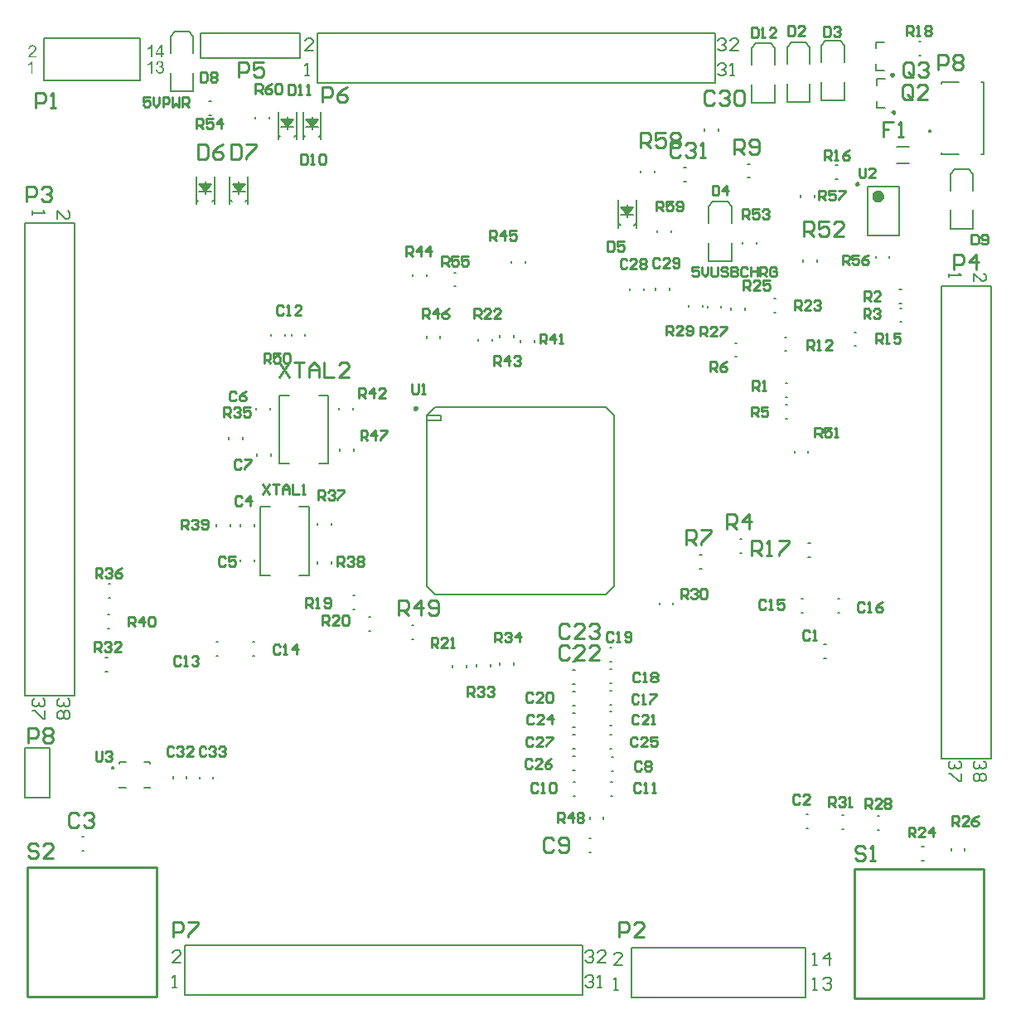
<source format=gto>
%FSTAX23Y23*%
%MOIN*%
%SFA1B1*%

%IPPOS*%
%ADD10C,0.007870*%
%ADD11C,0.009840*%
%ADD12C,0.023620*%
%ADD13C,0.006000*%
%ADD14C,0.005000*%
%ADD15C,0.007870*%
%ADD16C,0.010000*%
%ADD17C,0.008000*%
%LNnucleoclone-1*%
%LPD*%
G36*
X00045Y03733D02*
X00039D01*
Y03772*
X00039Y03772*
X00039Y03772*
X00038Y03771*
X00038Y03771*
X00037Y0377*
X00036Y0377*
X00035Y03769*
X00033Y03768*
X00033*
X00033Y03768*
X00033Y03768*
X00032Y03767*
X00031Y03767*
X0003Y03766*
X00029Y03766*
X00028Y03765*
X00027Y03765*
Y03771*
X00027*
X00027Y03771*
X00027Y03771*
X00028Y03771*
X00028Y03771*
X00029Y03772*
X0003Y03772*
X00031Y03773*
X00033Y03774*
X00034Y03775*
X00036Y03777*
X00036Y03777*
X00036Y03777*
X00036Y03777*
X00036Y03777*
X00037Y03778*
X00038Y03779*
X00039Y0378*
X0004Y03781*
X00041Y03782*
X00041Y03783*
X00045*
Y03733*
G37*
G36*
X00046Y03847D02*
X00046Y03847D01*
X00047Y03847*
X00048Y03847*
X00048Y03847*
X0005Y03846*
X00052Y03846*
X00053Y03845*
X00054Y03845*
X00055Y03844*
X00056Y03843*
X00056Y03843*
X00056Y03843*
X00056Y03843*
X00056Y03843*
X00057Y03842*
X00057Y03842*
X00057Y03841*
X00058Y03841*
X00058Y03839*
X00059Y03837*
X0006Y03837*
X0006Y03836*
X0006Y03835*
X0006Y03834*
Y03833*
Y03833*
X0006Y03832*
X0006Y03832*
X0006Y03831*
X00059Y0383*
X00059Y03829*
X00059Y03828*
X00058Y03828*
X00058Y03827*
X00058Y03827*
X00058Y03826*
X00057Y03825*
X00056Y03824*
X00055Y03823*
X00054Y03822*
X00054Y03821*
X00054Y03821*
X00054Y03821*
X00053Y0382*
X00053Y0382*
X00052Y03819*
X00052Y03819*
X00051Y03818*
X0005Y03817*
X00049Y03817*
X00048Y03816*
X00047Y03815*
X00046Y03814*
X00045Y03813*
X00045Y03813*
X00045Y03813*
X00045Y03812*
X00044Y03812*
X00044Y03812*
X00043Y03811*
X00042Y0381*
X00041Y03809*
X0004Y03808*
X00039Y03807*
X00038Y03807*
X00038Y03807*
X00038Y03806*
X00038Y03806*
X00037Y03806*
X00037Y03806*
X00037Y03805*
X00036Y03805*
X00035Y03803*
X0006*
Y03797*
X00027*
Y03798*
Y03798*
Y03798*
X00027Y03799*
X00027Y03799*
X00027Y038*
X00027Y03801*
X00028Y03802*
Y03802*
X00028Y03802*
X00028Y03802*
X00028Y03803*
X00029Y03804*
X00029Y03805*
X0003Y03806*
X00031Y03807*
X00032Y03808*
Y03808*
X00032Y03808*
X00032Y03809*
X00033Y0381*
X00034Y0381*
X00035Y03812*
X00036Y03813*
X00038Y03814*
X0004Y03816*
X0004Y03816*
X0004Y03816*
X00041Y03816*
X00041Y03817*
X00042Y03817*
X00042Y03818*
X00043Y03819*
X00044Y0382*
X00046Y03821*
X00048Y03823*
X00049Y03824*
X00049Y03825*
X0005Y03825*
X00051Y03826*
Y03826*
X00051Y03826*
X00051Y03827*
X00051Y03827*
X00052Y03828*
X00052Y03829*
X00053Y0383*
X00053Y03831*
X00053Y03832*
X00054Y03834*
Y03834*
Y03834*
X00054Y03834*
X00053Y03835*
X00053Y03836*
X00053Y03837*
X00052Y03838*
X00052Y03839*
X00051Y0384*
X00051Y0384*
X0005Y0384*
X0005Y03841*
X00049Y03841*
X00048Y03841*
X00047Y03842*
X00046Y03842*
X00044Y03842*
X00044*
X00043Y03842*
X00043Y03842*
X00042Y03842*
X00041Y03842*
X00039Y03841*
X00038Y0384*
X00037Y0384*
X00037Y03839*
X00037Y03839*
X00036Y03839*
X00036Y03838*
X00035Y03837*
X00035Y03835*
X00035Y03834*
X00034Y03832*
X00028Y03833*
Y03833*
X00028Y03833*
Y03834*
X00028Y03834*
X00028Y03835*
X00029Y03835*
X00029Y03836*
X00029Y03837*
X0003Y03839*
X0003Y0384*
X00031Y03841*
X00032Y03842*
X00032Y03843*
X00033Y03844*
X00033Y03844*
X00033Y03844*
X00033Y03844*
X00034Y03844*
X00034Y03844*
X00035Y03845*
X00035Y03845*
X00036Y03845*
X00037Y03846*
X00038Y03846*
X00039Y03846*
X0004Y03847*
X00041Y03847*
X00042Y03847*
X00043Y03847*
X00044Y03847*
X00045*
X00046Y03847*
G37*
G36*
X00558Y03783D02*
X00559Y03783D01*
X00561Y03783*
X00562Y03782*
X00563Y03782*
X00564Y03781*
X00565*
X00565Y03781*
X00565Y03781*
X00566Y03781*
X00566Y0378*
X00567Y0378*
X00568Y03779*
X00569Y03778*
X0057Y03777*
X0057Y03777*
X0057Y03776*
X0057Y03776*
X00571Y03775*
X00571Y03774*
X00571Y03773*
X00571Y03772*
X00572Y0377*
Y0377*
Y0377*
X00571Y03769*
X00571Y03768*
X00571Y03767*
X00571Y03766*
X0057Y03765*
X0057Y03764*
X0057Y03764*
X00569Y03764*
X00569Y03764*
X00568Y03763*
X00568Y03762*
X00567Y03762*
X00566Y03761*
X00565Y0376*
X00565*
X00565Y0376*
X00565Y0376*
X00565Y0376*
X00566Y0376*
X00567Y03759*
X00568Y03759*
X00569Y03758*
X00571Y03757*
X00572Y03756*
X00572Y03756*
X00572Y03756*
X00572Y03755*
X00573Y03754*
X00573Y03753*
X00574Y03751*
X00574Y0375*
X00574Y03748*
Y03748*
Y03748*
Y03747*
X00574Y03747*
X00574Y03746*
X00574Y03746*
X00574Y03745*
X00573Y03744*
X00573Y03743*
X00572Y03742*
X00572Y03741*
X00571Y0374*
X00571Y03739*
X0057Y03738*
X00569Y03737*
X00569Y03737*
X00569Y03737*
X00569Y03737*
X00568Y03736*
X00568Y03736*
X00567Y03736*
X00567Y03735*
X00566Y03735*
X00565Y03734*
X00564Y03734*
X00563Y03734*
X00562Y03733*
X00561Y03733*
X0056Y03733*
X00559Y03733*
X00557Y03733*
X00557*
X00556Y03733*
X00556Y03733*
X00555Y03733*
X00554Y03733*
X00553Y03733*
X00552Y03734*
X0055Y03734*
X00549Y03735*
X00548Y03735*
X00547Y03736*
X00546Y03736*
X00546Y03737*
X00546Y03737*
X00546Y03737*
X00546Y03737*
X00545Y03738*
X00545Y03738*
X00545Y03739*
X00544Y03739*
X00544Y0374*
X00543Y03741*
X00542Y03742*
X00542Y03744*
X00542Y03745*
X00541Y03747*
X00548Y03747*
Y03747*
X00548Y03747*
X00548Y03747*
X00548Y03746*
X00548Y03746*
X00548Y03746*
X00548Y03744*
X00549Y03743*
X0055Y03742*
X0055Y03741*
X00551Y0374*
X00551Y0374*
X00552Y03739*
X00552Y03739*
X00553Y03739*
X00554Y03738*
X00555Y03738*
X00556Y03738*
X00557Y03738*
X00558*
X00558Y03738*
X00559Y03738*
X0056Y03738*
X00561Y03738*
X00562Y03739*
X00563Y0374*
X00565Y03741*
X00565Y03741*
X00565Y03741*
X00565Y03742*
X00566Y03743*
X00567Y03744*
X00567Y03745*
X00567Y03746*
X00568Y03748*
Y03748*
Y03748*
Y03748*
X00567Y03749*
X00567Y03749*
X00567Y0375*
X00567Y03752*
X00566Y03753*
X00566Y03754*
X00565Y03755*
X00565Y03755*
X00564Y03755*
X00564Y03756*
X00563Y03756*
X00562Y03757*
X00561Y03757*
X00559Y03757*
X00558Y03758*
X00557*
X00557Y03758*
X00556Y03757*
X00555Y03757*
X00554Y03757*
X00553Y03757*
X00554Y03762*
X00555*
X00555Y03762*
X00556*
X00557Y03762*
X00557Y03763*
X00559Y03763*
X0056Y03763*
X00561Y03764*
X00562Y03764*
X00562*
X00562Y03764*
X00563Y03765*
X00563Y03765*
X00564Y03766*
X00564Y03767*
X00565Y03768*
X00565Y03769*
X00565Y0377*
Y03771*
Y03771*
Y03771*
Y03771*
X00565Y03772*
X00565Y03772*
X00565Y03773*
X00564Y03774*
X00564Y03775*
X00563Y03776*
X00563Y03776*
X00563Y03776*
X00562Y03777*
X00561Y03777*
X00561Y03778*
X0056Y03778*
X00558Y03778*
X00557Y03778*
X00557*
X00556Y03778*
X00555Y03778*
X00554Y03778*
X00553Y03777*
X00552Y03777*
X00551Y03776*
X00551Y03776*
X00551Y03776*
X0055Y03775*
X0055Y03774*
X00549Y03773*
X00549Y03772*
X00549Y03771*
X00548Y03769*
X00542Y0377*
Y03771*
X00542Y03771*
X00542Y03771*
X00542Y03771*
X00542Y03772*
X00543Y03773*
X00543Y03774*
X00544Y03775*
X00545Y03777*
X00546Y03779*
X00547Y0378*
X00547Y0378*
X00547Y0378*
X00548Y0378*
X00548Y0378*
X00548Y03781*
X00549Y03781*
X00549Y03781*
X0055Y03782*
X00551Y03782*
X00553Y03783*
X00555Y03783*
X00556Y03783*
X00558*
X00558Y03783*
G37*
G36*
X00526Y03733D02*
X0052D01*
Y03772*
X0052Y03772*
X00519Y03772*
X00519Y03771*
X00518Y03771*
X00517Y0377*
X00516Y0377*
X00515Y03769*
X00514Y03768*
X00514*
X00514Y03768*
X00513Y03768*
X00513Y03767*
X00512Y03767*
X00511Y03766*
X0051Y03766*
X00509Y03765*
X00508Y03765*
Y03771*
X00508*
X00508Y03771*
X00508Y03771*
X00508Y03771*
X00509Y03771*
X00509Y03772*
X00511Y03772*
X00512Y03773*
X00513Y03774*
X00515Y03775*
X00516Y03777*
X00516Y03777*
X00517Y03777*
X00517Y03777*
X00517Y03777*
X00518Y03778*
X00519Y03779*
X00519Y0378*
X0052Y03781*
X00521Y03782*
X00522Y03783*
X00526*
Y03733*
G37*
G36*
X00567Y03815D02*
X00574D01*
Y03809*
X00567*
Y03797*
X00561*
Y03809*
X00539*
Y03815*
X00562Y03847*
X00567*
Y03815*
G37*
G36*
X00526Y03797D02*
X0052D01*
Y03836*
X0052Y03836*
X00519Y03836*
X00519Y03835*
X00518Y03835*
X00517Y03834*
X00516Y03834*
X00515Y03833*
X00514Y03832*
X00514*
X00514Y03832*
X00513Y03832*
X00513Y03831*
X00512Y03831*
X00511Y0383*
X0051Y0383*
X00509Y03829*
X00508Y03829*
Y03835*
X00508*
X00508Y03835*
X00508Y03835*
X00508Y03835*
X00509Y03835*
X00509Y03836*
X00511Y03836*
X00512Y03837*
X00513Y03838*
X00515Y03839*
X00516Y03841*
X00516Y03841*
X00517Y03841*
X00517Y03841*
X00517Y03841*
X00518Y03842*
X00519Y03843*
X00519Y03844*
X0052Y03845*
X00521Y03846*
X00522Y03847*
X00526*
Y03797*
G37*
%LNnucleoclone-2*%
%LPC*%
G36*
X00561Y03837D02*
X00545Y03815D01*
X00561*
Y03837*
G37*
%LNnucleoclone-3*%
%LPD*%
G54D10*
X00372Y00942D02*
D01*
X00372Y00943*
X00372Y00943*
X00371Y00943*
X00371Y00943*
X00371Y00944*
X00371Y00944*
X00371Y00944*
X00371Y00944*
X00371Y00945*
X00371Y00945*
X0037Y00945*
X0037Y00945*
X0037Y00946*
X0037Y00946*
X0037Y00946*
X00369Y00946*
X00369Y00946*
X00369Y00946*
X00369Y00946*
X00368Y00946*
X00368Y00946*
X00368Y00946*
X00367*
X00367Y00946*
X00367Y00946*
X00367Y00946*
X00366Y00946*
X00366Y00946*
X00366Y00946*
X00366Y00946*
X00365Y00946*
X00365Y00946*
X00365Y00945*
X00365Y00945*
X00365Y00945*
X00364Y00945*
X00364Y00944*
X00364Y00944*
X00364Y00944*
X00364Y00944*
X00364Y00943*
X00364Y00943*
X00364Y00943*
X00364Y00943*
X00364Y00942*
X00364Y00942*
X00364Y00942*
X00364Y00942*
X00364Y00941*
X00364Y00941*
X00364Y00941*
X00364Y00941*
X00364Y0094*
X00364Y0094*
X00365Y0094*
X00365Y0094*
X00365Y00939*
X00365Y00939*
X00365Y00939*
X00366Y00939*
X00366Y00939*
X00366Y00939*
X00366Y00939*
X00367Y00939*
X00367Y00939*
X00367Y00938*
X00367Y00938*
X00368*
X00368Y00938*
X00368Y00939*
X00369Y00939*
X00369Y00939*
X00369Y00939*
X00369Y00939*
X0037Y00939*
X0037Y00939*
X0037Y00939*
X0037Y00939*
X0037Y0094*
X00371Y0094*
X00371Y0094*
X00371Y0094*
X00371Y00941*
X00371Y00941*
X00371Y00941*
X00371Y00941*
X00371Y00942*
X00372Y00942*
X00372Y00942*
X00372Y00942*
X03657Y03501D02*
D01*
X03657Y03502*
X03657Y03502*
X03657Y03502*
X03657Y03503*
X03657Y03503*
X03657Y03503*
X03657Y03503*
X03656Y03504*
X03656Y03504*
X03656Y03504*
X03656Y03504*
X03656Y03504*
X03655Y03505*
X03655Y03505*
X03655Y03505*
X03655Y03505*
X03655Y03505*
X03654Y03505*
X03654Y03505*
X03654Y03505*
X03653Y03505*
X03653Y03505*
X03653*
X03653Y03505*
X03652Y03505*
X03652Y03505*
X03652Y03505*
X03652Y03505*
X03651Y03505*
X03651Y03505*
X03651Y03505*
X03651Y03505*
X0365Y03504*
X0365Y03504*
X0365Y03504*
X0365Y03504*
X0365Y03504*
X0365Y03503*
X03649Y03503*
X03649Y03503*
X03649Y03503*
X03649Y03502*
X03649Y03502*
X03649Y03502*
X03649Y03501*
X03649Y03501*
X03649Y03501*
X03649Y03501*
X03649Y035*
X03649Y035*
X03649Y035*
X0365Y035*
X0365Y03499*
X0365Y03499*
X0365Y03499*
X0365Y03499*
X0365Y03499*
X03651Y03498*
X03651Y03498*
X03651Y03498*
X03651Y03498*
X03652Y03498*
X03652Y03498*
X03652Y03498*
X03652Y03498*
X03653Y03498*
X03653Y03498*
X03653*
X03653Y03498*
X03654Y03498*
X03654Y03498*
X03654Y03498*
X03655Y03498*
X03655Y03498*
X03655Y03498*
X03655Y03498*
X03655Y03498*
X03656Y03499*
X03656Y03499*
X03656Y03499*
X03656Y03499*
X03656Y03499*
X03657Y035*
X03657Y035*
X03657Y035*
X03657Y035*
X03657Y03501*
X03657Y03501*
X03657Y03501*
X03657Y03501*
X00015Y01023D02*
X00115D01*
Y00823D02*
Y01023D01*
X00015Y00823D02*
X00115D01*
X00015D02*
Y01023D01*
X01629Y01671D02*
Y0236D01*
X02385Y01671D02*
Y0236D01*
X01663Y02393D02*
X02352D01*
X01663Y01637D02*
X02352D01*
X01629Y0236D02*
X01663Y02393D01*
X02352D02*
X02385Y0236D01*
X01629Y01671D02*
X01663Y01637D01*
X02352D02*
X02385Y01671D01*
X01629Y0236D02*
X01688D01*
Y0234D02*
Y0236D01*
X01629Y0234D02*
X01688D01*
X03437Y03745D02*
X03469D01*
X03437D02*
Y03771D01*
Y0386D02*
X03469D01*
X03437Y03834D02*
Y0386D01*
X03442Y03596D02*
X03475D01*
X03442D02*
Y03622D01*
Y03711D02*
X03475D01*
X03442Y03685D02*
Y03711D01*
X037Y0098D02*
X039D01*
X037Y0288D02*
X039D01*
Y0098D02*
Y0288D01*
X037Y0098D02*
Y0288D01*
X0279Y03694D02*
Y03894D01*
X0119Y03694D02*
Y03894D01*
X0279*
X0119Y03694D02*
X0279D01*
X03405Y03082D02*
X03531D01*
X03405Y03279D02*
X03531D01*
Y03082D02*
Y03279D01*
X03405Y03082D02*
Y03279D01*
X02938Y03767D02*
Y03834D01*
X03013Y03854D02*
X03029Y03834D01*
X02938D02*
X02954Y03854D01*
X03029Y03767D02*
Y03834D01*
X02954Y03854D02*
X03013D01*
X02938Y03614D02*
X03029D01*
X02938D02*
Y03688D01*
X03029Y03614D02*
Y03688D01*
X0308Y03771D02*
Y03838D01*
X03155Y03858D02*
X03171Y03838D01*
X0308D02*
X03096Y03858D01*
X03171Y03771D02*
Y03838D01*
X03096Y03858D02*
X03155D01*
X0308Y03618D02*
X03171D01*
X0308D02*
Y03692D01*
X03171Y03618D02*
Y03692D01*
X03218Y03779D02*
Y03846D01*
X03293Y03866D02*
X03309Y03846D01*
X03218D02*
X03234Y03866D01*
X03309Y03779D02*
Y03846D01*
X03234Y03866D02*
X03293D01*
X03218Y03625D02*
X03309D01*
X03218D02*
Y037D01*
X03309Y03625D02*
Y037D01*
X02765Y03131D02*
Y03198D01*
X0284Y03218D02*
X02856Y03198D01*
X02765D02*
X02781Y03218D01*
X02856Y03131D02*
Y03198D01*
X02781Y03218D02*
X0284D01*
X02765Y02978D02*
X02856D01*
X02765D02*
Y03053D01*
X02856Y02978D02*
Y03053D01*
X006Y03814D02*
Y03881D01*
X00675Y03901D02*
X0069Y03881D01*
X006D02*
X00616Y03901D01*
X0069Y03814D02*
Y03881D01*
X00616Y03901D02*
X00675D01*
X006Y03661D02*
X0069D01*
X006D02*
Y03736D01*
X0069Y03661D02*
Y03736D01*
X03738Y03263D02*
Y0333D01*
X03812Y0335D02*
X03828Y0333D01*
X03738D02*
X03753Y0335D01*
X03828Y03263D02*
Y0333D01*
X03753Y0335D02*
X03812D01*
X03738Y0311D02*
X03828D01*
X03738D02*
Y03185D01*
X03828Y0311D02*
Y03185D01*
X02453Y0002D02*
X03153D01*
X02453Y0022D02*
X03153D01*
X02453Y0002D02*
Y0022D01*
X03153Y0002D02*
Y0022D01*
X0072Y03794D02*
Y03894D01*
X0112*
X0072Y03794D02*
X0112D01*
Y03894*
X00015Y01231D02*
Y03131D01*
X00215Y01231D02*
Y03131D01*
X00015D02*
X00215D01*
X00015Y01231D02*
X00215D01*
X00658Y00028D02*
X02258D01*
X00658Y00228D02*
X02258D01*
X00658Y00028D02*
Y00228D01*
X02258Y00028D02*
Y00228D01*
G54D11*
X0159Y02387D02*
D01*
X0159Y02388*
X0159Y02388*
X0159Y02388*
X0159Y02389*
X0159Y02389*
X0159Y02389*
X01589Y0239*
X01589Y0239*
X01589Y0239*
X01589Y0239*
X01589Y02391*
X01588Y02391*
X01588Y02391*
X01588Y02391*
X01588Y02392*
X01587Y02392*
X01587Y02392*
X01587Y02392*
X01586Y02392*
X01586Y02392*
X01586Y02392*
X01585Y02392*
X01585*
X01585Y02392*
X01584Y02392*
X01584Y02392*
X01584Y02392*
X01583Y02392*
X01583Y02392*
X01583Y02392*
X01582Y02391*
X01582Y02391*
X01582Y02391*
X01582Y02391*
X01581Y0239*
X01581Y0239*
X01581Y0239*
X01581Y0239*
X01581Y02389*
X01581Y02389*
X0158Y02389*
X0158Y02388*
X0158Y02388*
X0158Y02388*
X0158Y02387*
X0158Y02387*
X0158Y02387*
X0158Y02386*
X0158Y02386*
X01581Y02386*
X01581Y02385*
X01581Y02385*
X01581Y02385*
X01581Y02384*
X01581Y02384*
X01582Y02384*
X01582Y02384*
X01582Y02383*
X01582Y02383*
X01583Y02383*
X01583Y02383*
X01583Y02383*
X01584Y02383*
X01584Y02383*
X01584Y02382*
X01585Y02382*
X01585Y02382*
X01585*
X01586Y02382*
X01586Y02382*
X01586Y02383*
X01587Y02383*
X01587Y02383*
X01587Y02383*
X01588Y02383*
X01588Y02383*
X01588Y02383*
X01588Y02384*
X01589Y02384*
X01589Y02384*
X01589Y02384*
X01589Y02385*
X01589Y02385*
X0159Y02385*
X0159Y02386*
X0159Y02386*
X0159Y02386*
X0159Y02387*
X0159Y02387*
X0159Y02387*
X03507Y03728D02*
D01*
X03507Y03728*
X03507Y03729*
X03507Y03729*
X03507Y03729*
X03507Y0373*
X03507Y0373*
X03507Y0373*
X03506Y0373*
X03506Y03731*
X03506Y03731*
X03506Y03731*
X03506Y03732*
X03505Y03732*
X03505Y03732*
X03505Y03732*
X03504Y03732*
X03504Y03732*
X03504Y03733*
X03503Y03733*
X03503Y03733*
X03503Y03733*
X03502Y03733*
X03502*
X03502Y03733*
X03501Y03733*
X03501Y03733*
X03501Y03733*
X035Y03732*
X035Y03732*
X035Y03732*
X035Y03732*
X03499Y03732*
X03499Y03732*
X03499Y03731*
X03499Y03731*
X03498Y03731*
X03498Y0373*
X03498Y0373*
X03498Y0373*
X03498Y0373*
X03498Y03729*
X03497Y03729*
X03497Y03729*
X03497Y03728*
X03497Y03728*
X03497Y03728*
X03497Y03727*
X03497Y03727*
X03498Y03726*
X03498Y03726*
X03498Y03726*
X03498Y03726*
X03498Y03725*
X03498Y03725*
X03499Y03725*
X03499Y03724*
X03499Y03724*
X03499Y03724*
X035Y03724*
X035Y03724*
X035Y03723*
X035Y03723*
X03501Y03723*
X03501Y03723*
X03501Y03723*
X03502Y03723*
X03502Y03723*
X03502*
X03503Y03723*
X03503Y03723*
X03503Y03723*
X03504Y03723*
X03504Y03723*
X03504Y03723*
X03505Y03724*
X03505Y03724*
X03505Y03724*
X03506Y03724*
X03506Y03724*
X03506Y03725*
X03506Y03725*
X03506Y03725*
X03507Y03726*
X03507Y03726*
X03507Y03726*
X03507Y03726*
X03507Y03727*
X03507Y03727*
X03507Y03728*
X03507Y03728*
X03512Y03578D02*
D01*
X03512Y03579*
X03512Y03579*
X03512Y03579*
X03512Y0358*
X03512Y0358*
X03512Y0358*
X03512Y03581*
X03512Y03581*
X03511Y03581*
X03511Y03581*
X03511Y03582*
X03511Y03582*
X0351Y03582*
X0351Y03582*
X0351Y03583*
X0351Y03583*
X03509Y03583*
X03509Y03583*
X03509Y03583*
X03508Y03583*
X03508Y03583*
X03508Y03583*
X03507*
X03507Y03583*
X03507Y03583*
X03506Y03583*
X03506Y03583*
X03506Y03583*
X03505Y03583*
X03505Y03583*
X03505Y03582*
X03504Y03582*
X03504Y03582*
X03504Y03582*
X03504Y03581*
X03503Y03581*
X03503Y03581*
X03503Y03581*
X03503Y0358*
X03503Y0358*
X03503Y0358*
X03503Y03579*
X03502Y03579*
X03502Y03579*
X03502Y03578*
X03502Y03578*
X03502Y03578*
X03503Y03577*
X03503Y03577*
X03503Y03577*
X03503Y03576*
X03503Y03576*
X03503Y03576*
X03503Y03575*
X03504Y03575*
X03504Y03575*
X03504Y03575*
X03504Y03574*
X03505Y03574*
X03505Y03574*
X03505Y03574*
X03506Y03574*
X03506Y03574*
X03506Y03573*
X03507Y03573*
X03507Y03573*
X03507Y03573*
X03508*
X03508Y03573*
X03508Y03573*
X03509Y03573*
X03509Y03574*
X03509Y03574*
X0351Y03574*
X0351Y03574*
X0351Y03574*
X0351Y03574*
X03511Y03575*
X03511Y03575*
X03511Y03575*
X03511Y03575*
X03512Y03576*
X03512Y03576*
X03512Y03576*
X03512Y03577*
X03512Y03577*
X03512Y03577*
X03512Y03578*
X03512Y03578*
X03512Y03578*
X03366Y03289D02*
D01*
X03366Y03289*
X03366Y0329*
X03366Y0329*
X03365Y0329*
X03365Y03291*
X03365Y03291*
X03365Y03291*
X03365Y03292*
X03365Y03292*
X03364Y03292*
X03364Y03292*
X03364Y03293*
X03364Y03293*
X03363Y03293*
X03363Y03293*
X03363Y03293*
X03363Y03294*
X03362Y03294*
X03362Y03294*
X03362Y03294*
X03361Y03294*
X03361Y03294*
X03361*
X0336Y03294*
X0336Y03294*
X0336Y03294*
X03359Y03294*
X03359Y03294*
X03359Y03293*
X03358Y03293*
X03358Y03293*
X03358Y03293*
X03357Y03293*
X03357Y03292*
X03357Y03292*
X03357Y03292*
X03357Y03292*
X03356Y03291*
X03356Y03291*
X03356Y03291*
X03356Y0329*
X03356Y0329*
X03356Y0329*
X03356Y03289*
X03356Y03289*
X03356Y03289*
X03356Y03288*
X03356Y03288*
X03356Y03288*
X03356Y03287*
X03356Y03287*
X03356Y03287*
X03357Y03286*
X03357Y03286*
X03357Y03286*
X03357Y03286*
X03357Y03285*
X03358Y03285*
X03358Y03285*
X03358Y03285*
X03359Y03285*
X03359Y03285*
X03359Y03284*
X0336Y03284*
X0336Y03284*
X0336Y03284*
X03361Y03284*
X03361*
X03361Y03284*
X03362Y03284*
X03362Y03284*
X03362Y03284*
X03363Y03285*
X03363Y03285*
X03363Y03285*
X03363Y03285*
X03364Y03285*
X03364Y03285*
X03364Y03286*
X03364Y03286*
X03365Y03286*
X03365Y03286*
X03365Y03287*
X03365Y03287*
X03365Y03287*
X03365Y03288*
X03366Y03288*
X03366Y03288*
X03366Y03289*
X03366Y03289*
G54D12*
X03456Y0324D02*
D01*
X03456Y0324*
X03456Y03241*
X03456Y03242*
X03456Y03243*
X03455Y03244*
X03455Y03244*
X03455Y03245*
X03454Y03246*
X03454Y03247*
X03453Y03247*
X03453Y03248*
X03452Y03248*
X03452Y03249*
X03451Y03249*
X0345Y0325*
X0345Y0325*
X03449Y03251*
X03448Y03251*
X03447Y03251*
X03446Y03251*
X03446Y03251*
X03445Y03251*
X03444*
X03443Y03251*
X03442Y03251*
X03442Y03251*
X03441Y03251*
X0344Y03251*
X03439Y0325*
X03438Y0325*
X03438Y03249*
X03437Y03249*
X03436Y03248*
X03436Y03248*
X03435Y03247*
X03435Y03247*
X03434Y03246*
X03434Y03245*
X03434Y03244*
X03433Y03244*
X03433Y03243*
X03433Y03242*
X03433Y03241*
X03433Y0324*
X03433Y0324*
X03433Y03239*
X03433Y03238*
X03433Y03237*
X03433Y03236*
X03433Y03236*
X03434Y03235*
X03434Y03234*
X03434Y03233*
X03435Y03233*
X03435Y03232*
X03436Y03231*
X03436Y03231*
X03437Y0323*
X03438Y0323*
X03438Y03229*
X03439Y03229*
X0344Y03229*
X03441Y03228*
X03442Y03228*
X03442Y03228*
X03443Y03228*
X03444Y03228*
X03445*
X03446Y03228*
X03446Y03228*
X03447Y03228*
X03448Y03228*
X03449Y03229*
X0345Y03229*
X0345Y03229*
X03451Y0323*
X03452Y0323*
X03452Y03231*
X03453Y03231*
X03453Y03232*
X03454Y03233*
X03454Y03233*
X03455Y03234*
X03455Y03235*
X03455Y03236*
X03456Y03236*
X03456Y03237*
X03456Y03238*
X03456Y03239*
X03456Y0324*
G54D13*
X00772Y00897D02*
Y00905D01*
X00716Y00897D02*
Y00905D01*
X00665Y00899D02*
Y00907D01*
X00609Y00899D02*
Y00907D01*
X03299Y00696D02*
X03307D01*
X03299Y00752D02*
X03307D01*
X03444Y00692D02*
X03452D01*
X03444Y00748D02*
X03452D01*
X03795Y0061D02*
Y00618D01*
X03739Y0061D02*
Y00618D01*
X03228Y01437D02*
X03236D01*
X03228Y01381D02*
X03236D01*
X02366Y01425D02*
X02374D01*
X02366Y01369D02*
X02374D01*
X0335Y02637D02*
X03358D01*
X0335Y02693D02*
X03358D01*
X03165Y02208D02*
Y02216D01*
X03109Y02208D02*
Y02216D01*
X02622Y01598D02*
Y01606D01*
X02566Y01598D02*
Y01606D01*
X0361Y03806D02*
X03618D01*
X0361Y03862D02*
X03618D01*
X03275Y0331D02*
X03283D01*
X03275Y03366D02*
X03283D01*
X03189Y03236D02*
Y03244D01*
X03133Y03236D02*
Y03244D01*
X02614Y03094D02*
Y03102D01*
X02558Y03094D02*
Y03102D01*
X0255Y02863D02*
Y02871D01*
X02606Y02863D02*
Y02871D01*
X02504Y02862D02*
Y0287D01*
X02448Y02862D02*
Y0287D01*
X02437Y03154D02*
Y03164D01*
X02462*
X02412Y03194D02*
X02417D01*
X02422*
X02427*
X02432*
X02442D02*
X02447D01*
X02452*
X02457*
X02462*
X02473Y03131D02*
Y03225D01*
X02401Y03113D02*
Y03131D01*
X02437Y03164D02*
Y03204D01*
X02412Y03164D02*
X02437D01*
X02412Y03194D02*
X02437Y03164D01*
X02417Y03194D02*
X02437Y03164D01*
X02422Y03194D02*
X02437Y03164D01*
X02427Y03194D02*
X02437Y03164D01*
X02432Y03194D02*
X02437Y03164D01*
X02462Y03194*
X02437Y03164D02*
X02457Y03194D01*
X02437Y03164D02*
X02452Y03194D01*
X02437Y03164D02*
X02447Y03194D01*
X02437Y03164D02*
X02442Y03194D01*
X02432D02*
X02442D01*
X02401Y03131D02*
X02409Y03123D01*
X02465D02*
X02473Y03131D01*
Y03113D02*
Y03131D01*
X02401D02*
Y03225D01*
X01629Y02669D02*
Y02677D01*
X01685Y02669D02*
Y02677D01*
X00755Y03566D02*
X00763D01*
X00755Y03622D02*
X00763D01*
X02028Y02972D02*
Y0298D01*
X01972Y02972D02*
Y0298D01*
X01034Y03485D02*
Y03579D01*
X01106Y03467D02*
Y03485D01*
X01098Y03477D02*
X01106Y03485D01*
X01034D02*
X01042Y03477D01*
X01065Y03548D02*
X01075D01*
X0107Y03518D02*
X01075Y03548D01*
X0107Y03518D02*
X0108Y03548D01*
X0107Y03518D02*
X01085Y03548D01*
X0107Y03518D02*
X0109Y03548D01*
X0107Y03518D02*
X01095Y03548D01*
X01065D02*
X0107Y03518D01*
X0106Y03548D02*
X0107Y03518D01*
X01055Y03548D02*
X0107Y03518D01*
X0105Y03548D02*
X0107Y03518D01*
X01045Y03548D02*
X0107Y03518D01*
X01045D02*
X0107D01*
Y03558*
X01034Y03467D02*
Y03485D01*
X01106D02*
Y03579D01*
X0109Y03548D02*
X01095D01*
X01085D02*
X0109D01*
X0108D02*
X01085D01*
X01075D02*
X0108D01*
X0106D02*
X01065D01*
X01055D02*
X0106D01*
X0105D02*
X01055D01*
X01045D02*
X0105D01*
X0107Y03518D02*
X01095D01*
X0107Y03508D02*
Y03518D01*
X01133Y03485D02*
Y03579D01*
X01205Y03467D02*
Y03485D01*
X01197Y03477D02*
X01205Y03485D01*
X01133D02*
X01141Y03477D01*
X01164Y03548D02*
X01174D01*
X01169Y03518D02*
X01174Y03548D01*
X01169Y03518D02*
X01179Y03548D01*
X01169Y03518D02*
X01184Y03548D01*
X01169Y03518D02*
X01189Y03548D01*
X01169Y03518D02*
X01194Y03548D01*
X01164D02*
X01169Y03518D01*
X01159Y03548D02*
X01169Y03518D01*
X01154Y03548D02*
X01169Y03518D01*
X01149Y03548D02*
X01169Y03518D01*
X01144Y03548D02*
X01169Y03518D01*
X01144D02*
X01169D01*
Y03558*
X01133Y03467D02*
Y03485D01*
X01205D02*
Y03579D01*
X01189Y03548D02*
X01194D01*
X01184D02*
X01189D01*
X01179D02*
X01184D01*
X01174D02*
X01179D01*
X01159D02*
X01164D01*
X01154D02*
X01159D01*
X01149D02*
X01154D01*
X01144D02*
X01149D01*
X01169Y03518D02*
X01194D01*
X01169Y03508D02*
Y03518D01*
X01338Y02216D02*
Y02224D01*
X01282Y02216D02*
Y02224D01*
X01278Y02381D02*
Y02389D01*
X01334Y02381D02*
Y02389D01*
X0174Y02877D02*
X01748D01*
X0174Y02933D02*
X01748D01*
X02283Y00601D02*
X02291D01*
X02283Y00657D02*
X02291D01*
X02342Y00736D02*
Y00744D01*
X02286Y00736D02*
Y00744D01*
X0222Y0083D02*
X02228D01*
X0222Y00886D02*
X02228D01*
X02373Y00986D02*
X02381D01*
X02373Y0093D02*
X02381D01*
X0237Y00886D02*
X02378D01*
X0237Y0083D02*
X02378D01*
X00943Y02381D02*
Y02389D01*
X00999Y02381D02*
Y02389D01*
X01003Y02196D02*
Y02204D01*
X00947Y02196D02*
Y02204D01*
X00834Y02263D02*
Y02271D01*
X0089Y02263D02*
Y02271D01*
X0035Y01681D02*
X00358D01*
X0035Y01625D02*
X00358D01*
X00839Y01913D02*
Y01921D01*
X00783Y01913D02*
Y01921D01*
X03283Y01566D02*
X03291D01*
X03283Y01622D02*
X03291D01*
X03137Y01566D02*
X03145D01*
X03137Y01622D02*
X03145D01*
X00783Y01393D02*
X00791D01*
X00783Y01449D02*
X00791D01*
X00929D02*
X00937D01*
X00929Y01393D02*
X00937D01*
X00338Y0133D02*
X00346D01*
X00338Y01386D02*
X00346D01*
X01248Y01763D02*
Y01771D01*
X01192Y01763D02*
Y01771D01*
X00881Y01913D02*
Y01921D01*
X00937Y01913D02*
Y01921D01*
Y01771D02*
Y01779D01*
X00881Y01771D02*
Y01779D01*
X00346Y01502D02*
X00354D01*
X00346Y01558D02*
X00354D01*
X01059Y02677D02*
Y02685D01*
X01003Y02677D02*
Y02685D01*
X01086Y02677D02*
Y02685D01*
X01142Y02677D02*
Y02685D01*
X03533Y02734D02*
X03541D01*
X03533Y0279D02*
X03541D01*
X03492Y02992D02*
Y03D01*
X03436Y02992D02*
Y03D01*
X03027Y02771D02*
X03035D01*
X03027Y02827D02*
X03035D01*
X02909Y02783D02*
Y02791D01*
X02853Y02783D02*
Y02791D01*
X02815Y02791D02*
Y02799D01*
X02759Y02791D02*
Y02799D01*
X0287Y02594D02*
X02878D01*
X0287Y0265D02*
X02878D01*
X0274Y02795D02*
Y02803D01*
X02684Y02795D02*
Y02803D01*
X03074Y02432D02*
X03082D01*
X03074Y02488D02*
X03082D01*
X0307Y02673D02*
X03078D01*
X0307Y02617D02*
X03078D01*
X03531Y02866D02*
X03539D01*
X03531Y0281D02*
X03539D01*
X03074Y02346D02*
X03082D01*
X03074Y02402D02*
X03082D01*
X01397Y01491D02*
X01405D01*
X01397Y01547D02*
X01405D01*
X01334Y01634D02*
X01342D01*
X01334Y01578D02*
X01342D01*
X01924Y01356D02*
Y01364D01*
X0198Y01356D02*
Y01364D01*
X0183Y0135D02*
Y01358D01*
X01886Y0135D02*
Y01358D01*
X01735Y01346D02*
Y01354D01*
X01791Y01346D02*
Y01354D01*
X01838Y02658D02*
Y02666D01*
X01894Y02658D02*
Y02666D01*
X01574Y02917D02*
Y02925D01*
X0163Y02917D02*
Y02925D01*
X0198Y02673D02*
Y02681D01*
X01924Y02673D02*
Y02681D01*
X02063Y02653D02*
Y02661D01*
X02007Y02653D02*
Y02661D01*
X0074Y03248D02*
Y03258D01*
X00765*
X00715Y03288D02*
X0072D01*
X00725*
X0073*
X00735*
X00745D02*
X0075D01*
X00755*
X0076*
X00765*
X00776Y03225D02*
Y03319D01*
X00704Y03207D02*
Y03225D01*
X0074Y03258D02*
Y03298D01*
X00715Y03258D02*
X0074D01*
X00715Y03288D02*
X0074Y03258D01*
X0072Y03288D02*
X0074Y03258D01*
X00725Y03288D02*
X0074Y03258D01*
X0073Y03288D02*
X0074Y03258D01*
X00735Y03288D02*
X0074Y03258D01*
X00765Y03288*
X0074Y03258D02*
X0076Y03288D01*
X0074Y03258D02*
X00755Y03288D01*
X0074Y03258D02*
X0075Y03288D01*
X0074Y03258D02*
X00745Y03288D01*
X00735D02*
X00745D01*
X00704Y03225D02*
X00712Y03217D01*
X00768D02*
X00776Y03225D01*
Y03207D02*
Y03225D01*
X00704D02*
Y03319D01*
X00874Y03248D02*
Y03258D01*
X00899*
X00849Y03288D02*
X00854D01*
X00859*
X00864*
X00869*
X00879D02*
X00884D01*
X00889*
X00894*
X00899*
X0091Y03225D02*
Y03319D01*
X00838Y03207D02*
Y03225D01*
X00874Y03258D02*
Y03298D01*
X00849Y03258D02*
X00874D01*
X00849Y03288D02*
X00874Y03258D01*
X00854Y03288D02*
X00874Y03258D01*
X00859Y03288D02*
X00874Y03258D01*
X00864Y03288D02*
X00874Y03258D01*
X00869Y03288D02*
X00874Y03258D01*
X00899Y03288*
X00874Y03258D02*
X00894Y03288D01*
X00874Y03258D02*
X00889Y03288D01*
X00874Y03258D02*
X00884Y03288D01*
X00874Y03258D02*
X00879Y03288D01*
X00869D02*
X00879D01*
X00838Y03225D02*
X00846Y03217D01*
X00902D02*
X0091Y03225D01*
Y03207D02*
Y03225D01*
X00838D02*
Y03319D01*
X00998Y03551D02*
Y03559D01*
X00942Y03551D02*
Y03559D01*
X03165Y0179D02*
X03173D01*
X03165Y01846D02*
X03173D01*
X02366Y01339D02*
X02374D01*
X02366Y01283D02*
X02374D01*
X02218Y01193D02*
X02226D01*
X02218Y01249D02*
X02226D01*
X02366Y01252D02*
X02374D01*
X02366Y01196D02*
X02374D01*
X02366Y01169D02*
X02374D01*
X02366Y01113D02*
X02374D01*
X02218Y01106D02*
X02226D01*
X02218Y01162D02*
X02226D01*
X02366Y01075D02*
X02374D01*
X02366Y01019D02*
X02374D01*
X02218Y01019D02*
X02226D01*
X02218Y01075D02*
X02226D01*
X02218Y00932D02*
X02226D01*
X02218Y00988D02*
X02226D01*
X0157Y0146D02*
X01578D01*
X0157Y01516D02*
X01578D01*
X02901Y03047D02*
Y03055D01*
X02957Y03047D02*
Y03055D01*
X02747Y03503D02*
Y03511D01*
X02803Y03503D02*
Y03511D01*
X02491Y03334D02*
Y03342D01*
X02547Y03334D02*
Y03342D01*
X02665Y03354D02*
X02673D01*
X02665Y03298D02*
X02673D01*
X02218Y01423D02*
X02226D01*
X02218Y01367D02*
X02226D01*
X02218Y01336D02*
X02226D01*
X02218Y0128D02*
X02226D01*
X03145Y02976D02*
Y02984D01*
X03201Y02976D02*
Y02984D01*
X03621Y0057D02*
X03629D01*
X03621Y00626D02*
X03629D01*
X03157Y00756D02*
X03165D01*
X03157Y007D02*
X03165D01*
X00244Y00609D02*
X00252D01*
X00244Y00665D02*
X00252D01*
X01248Y01917D02*
Y01925D01*
X01192Y01917D02*
Y01925D01*
X02889Y01862D02*
X02897D01*
X02889Y01806D02*
X02897D01*
X02728Y01743D02*
X02736D01*
X02728Y01799D02*
X02736D01*
X02921Y0337D02*
X02929D01*
X02921Y03314D02*
X02929D01*
G54D14*
X00517Y0096D02*
Y00964D01*
X00395Y0096D02*
Y00964D01*
X00517Y00862D02*
Y00866D01*
X00494Y00862D02*
X00517D01*
X00395D02*
Y00866D01*
Y00862D02*
X00419D01*
X00395Y00964D02*
X00419D01*
X00494D02*
X00517D01*
X01117Y01716D02*
X01157D01*
X01117Y01992D02*
X01157D01*
X0096Y01716D02*
X00999D01*
X0096D02*
Y01992D01*
X00999*
X01157Y01716D02*
Y01992D01*
X03702Y03409D02*
X03771D01*
X03702Y037D02*
X03771D01*
X03702Y03409D02*
Y03416D01*
Y03693D02*
Y037D01*
X03861Y03409D02*
X03872D01*
X03861Y037D02*
X03872D01*
Y03409D02*
Y037D01*
X03522Y03372D02*
X03571D01*
X03522Y03438D02*
X03571D01*
X01235Y02165D02*
Y0244D01*
X01038D02*
X01077D01*
X01038Y02165D02*
Y0244D01*
Y02165D02*
X01077D01*
X01196Y0244D02*
X01235D01*
X01196Y02165D02*
X01235D01*
G54D15*
X0009Y03705D02*
Y03876D01*
Y03705D02*
X00476D01*
Y03876*
X0009D02*
X00476D01*
G54D16*
X0335Y00535D02*
X0387D01*
Y00015D02*
Y00535D01*
X0335Y00015D02*
X0387D01*
X0335D02*
Y00535D01*
X00023Y00543D02*
X00543D01*
Y00023D02*
Y00543D01*
X00023Y00023D02*
X00543D01*
X00023D02*
Y00543D01*
X00516Y03639D02*
X0049D01*
Y0362*
X00503Y03626*
X00509*
X00516Y0362*
Y03607*
X00509Y036*
X00496*
X0049Y03607*
X00529Y03639D02*
Y03613D01*
X00542Y036*
X00555Y03613*
Y03639*
X00569Y036D02*
Y03639D01*
X00588*
X00595Y03633*
Y0362*
X00588Y03613*
X00569*
X00608Y03639D02*
Y036D01*
X00621Y03613*
X00634Y036*
Y03639*
X00647Y036D02*
Y03639D01*
X00667*
X00673Y03633*
Y0362*
X00667Y03613*
X00647*
X0066D02*
X00673Y036D01*
X02723Y02956D02*
X02696D01*
Y02937*
X02709Y02943*
X02716*
X02723Y02937*
Y02923*
X02716Y02917*
X02703*
X02696Y02923*
X02736Y02956D02*
Y0293D01*
X02749Y02917*
X02762Y0293*
Y02956*
X02775D02*
Y02923D01*
X02782Y02917*
X02795*
X02801Y02923*
Y02956*
X02841Y0295D02*
X02834Y02956D01*
X02821*
X02814Y0295*
Y02943*
X02821Y02937*
X02834*
X02841Y0293*
Y02923*
X02834Y02917*
X02821*
X02814Y02923*
X02854Y02956D02*
Y02917D01*
X02873*
X0288Y02923*
Y0293*
X02873Y02937*
X02854*
X02873*
X0288Y02943*
Y0295*
X02873Y02956*
X02854*
X02919Y0295D02*
X02913Y02956D01*
X029*
X02893Y0295*
Y02923*
X029Y02917*
X02913*
X02919Y02923*
X02933Y02956D02*
Y02917D01*
Y02937*
X02959*
Y02956*
Y02917*
X02972D02*
Y02956D01*
X02992*
X02998Y0295*
Y02937*
X02992Y0293*
X02972*
X02985D02*
X02998Y02917D01*
X03037Y0295D02*
X03031Y02956D01*
X03018*
X03011Y0295*
Y02923*
X03018Y02917*
X03031*
X03037Y02923*
Y02937*
X03024*
X00299Y01007D02*
Y00975D01*
X00305Y00968*
X00318*
X00325Y00975*
Y01007*
X00338Y01001D02*
X00345Y01007D01*
X00358*
X00364Y01001*
Y00994*
X00358Y00988*
X00351*
X00358*
X00364Y00981*
Y00975*
X00358Y00968*
X00345*
X00338Y00975*
X00027Y01043D02*
Y01103D01*
X00057*
X00067Y01093*
Y01073*
X00057Y01063*
X00027*
X00087Y01093D02*
X00097Y01103D01*
X00117*
X00127Y01093*
Y01083*
X00117Y01073*
X00127Y01063*
Y01053*
X00117Y01043*
X00097*
X00087Y01053*
Y01063*
X00097Y01073*
X00087Y01083*
Y01093*
X00097Y01073D02*
X00117D01*
X00742Y0102D02*
X00736Y01027D01*
X00723*
X00716Y0102*
Y00994*
X00723Y00988*
X00736*
X00742Y00994*
X00755Y0102D02*
X00762Y01027D01*
X00775*
X00782Y0102*
Y01014*
X00775Y01007*
X00769*
X00775*
X00782Y01001*
Y00994*
X00775Y00988*
X00762*
X00755Y00994*
X00795Y0102D02*
X00801Y01027D01*
X00814*
X00821Y0102*
Y01014*
X00814Y01007*
X00808*
X00814*
X00821Y01001*
Y00994*
X00814Y00988*
X00801*
X00795Y00994*
X00612Y01022D02*
X00606Y01029D01*
X00593*
X00586Y01022*
Y00996*
X00593Y0099*
X00606*
X00612Y00996*
X00625Y01022D02*
X00632Y01029D01*
X00645*
X00652Y01022*
Y01016*
X00645Y01009*
X00639*
X00645*
X00652Y01003*
Y00996*
X00645Y0099*
X00632*
X00625Y00996*
X00691Y0099D02*
X00665D01*
X00691Y01016*
Y01022*
X00685Y01029*
X00671*
X00665Y01022*
X03587Y0373D02*
Y0377D01*
X03577Y0378*
X03557*
X03547Y0377*
Y0373*
X03557Y0372*
X03577*
X03567Y0374D02*
X03587Y0372D01*
X03577D02*
X03587Y0373D01*
X03607Y0377D02*
X03617Y0378D01*
X03637*
X03647Y0377*
Y0376*
X03637Y0375*
X03627*
X03637*
X03647Y0374*
Y0373*
X03637Y0372*
X03617*
X03607Y0373*
X03583Y03639D02*
Y03679D01*
X03573Y03689*
X03553*
X03543Y03679*
Y03639*
X03553Y03629*
X03573*
X03563Y03649D02*
X03583Y03629D01*
X03573D02*
X03583Y03639D01*
X03643Y03629D02*
X03603D01*
X03643Y03669*
Y03679*
X03633Y03689*
X03613*
X03603Y03679*
X00942Y03652D02*
Y03691D01*
X00962*
X00969Y03685*
Y03672*
X00962Y03665*
X00942*
X00956D02*
X00969Y03652D01*
X01008Y03691D02*
X00995Y03685D01*
X00982Y03672*
Y03658*
X00988Y03652*
X01001*
X01008Y03658*
Y03665*
X01001Y03672*
X00982*
X01021Y03685D02*
X01028Y03691D01*
X01041*
X01047Y03685*
Y03658*
X01041Y03652*
X01028*
X01021Y03658*
Y03685*
X00056Y03595D02*
Y03655D01*
X00086*
X00096Y03645*
Y03625*
X00086Y03615*
X00056*
X00116Y03595D02*
X00136D01*
X00126*
Y03655*
X00116Y03645*
X01074Y03688D02*
Y03649D01*
X01094*
X01101Y03656*
Y03682*
X01094Y03688*
X01074*
X01114Y03649D02*
X01127D01*
X0112*
Y03688*
X01114Y03682*
X01146Y03649D02*
X0116D01*
X01153*
Y03688*
X01146Y03682*
X01125Y03409D02*
Y0337D01*
X01145*
X01152Y03376*
Y03402*
X01145Y03409*
X01125*
X01165Y0337D02*
X01178D01*
X01171*
Y03409*
X01165Y03402*
X01198D02*
X01204Y03409D01*
X01217*
X01224Y03402*
Y03376*
X01217Y0337*
X01204*
X01198Y03376*
Y03402*
X00844Y03448D02*
Y03388D01*
X00874*
X00884Y03398*
Y03438*
X00874Y03448*
X00844*
X00904D02*
X00944D01*
Y03438*
X00904Y03398*
Y03388*
X0071Y03448D02*
Y03388D01*
X0074*
X0075Y03398*
Y03438*
X0074Y03448*
X0071*
X0081D02*
X0079Y03438D01*
X0077Y03418*
Y03398*
X0078Y03388*
X008*
X0081Y03398*
Y03408*
X008Y03418*
X0077*
X01517Y01554D02*
Y01614D01*
X01547*
X01557Y01604*
Y01584*
X01547Y01574*
X01517*
X01537D02*
X01557Y01554D01*
X01607D02*
Y01614D01*
X01577Y01584*
X01617*
X01637Y01564D02*
X01647Y01554D01*
X01667*
X01677Y01564*
Y01604*
X01667Y01614*
X01647*
X01637Y01604*
Y01594*
X01647Y01584*
X01677*
X03688Y03748D02*
Y03808D01*
X03718*
X03728Y03798*
Y03778*
X03718Y03768*
X03688*
X03748Y03798D02*
X03758Y03808D01*
X03778*
X03788Y03798*
Y03788*
X03778Y03778*
X03788Y03768*
Y03758*
X03778Y03748*
X03758*
X03748Y03758*
Y03768*
X03758Y03778*
X03748Y03788*
Y03798*
X03758Y03778D02*
X03778D01*
X01037Y02571D02*
X01077Y02511D01*
Y02571D02*
X01037Y02511D01*
X01097Y02571D02*
X01137D01*
X01117*
Y02511*
X01157D02*
Y02551D01*
X01177Y02571*
X01197Y02551*
Y02511*
Y02541*
X01157*
X01217Y02571D02*
Y02511D01*
X01257*
X01317D02*
X01277D01*
X01317Y02551*
Y02561*
X01307Y02571*
X01287*
X01277Y02561*
X00971Y02082D02*
X00998Y02043D01*
Y02082D02*
X00971Y02043D01*
X01011Y02082D02*
X01037D01*
X01024*
Y02043*
X0105D02*
Y02069D01*
X01063Y02082*
X01076Y02069*
Y02043*
Y02062*
X0105*
X0109Y02082D02*
Y02043D01*
X01116*
X01129D02*
X01142D01*
X01135*
Y02082*
X01129Y02076*
X03369Y03353D02*
Y03321D01*
X03376Y03314*
X03389*
X03395Y03321*
Y03353*
X03435Y03314D02*
X03408D01*
X03435Y0334*
Y03347*
X03428Y03353*
X03415*
X03408Y03347*
X0157Y02484D02*
Y02451D01*
X01577Y02444*
X0159*
X01597Y02451*
Y02484*
X0161Y02444D02*
X01623D01*
X01616*
Y02484*
X0161Y02477*
X00067Y00627D02*
X00057Y00637D01*
X00037*
X00027Y00627*
Y00617*
X00037Y00607*
X00057*
X00067Y00597*
Y00587*
X00057Y00577*
X00037*
X00027Y00587*
X00127Y00577D02*
X00087D01*
X00127Y00617*
Y00627*
X00117Y00637*
X00097*
X00087Y00627*
X03394Y0062D02*
X03384Y0063D01*
X03364*
X03354Y0062*
Y0061*
X03364Y006*
X03384*
X03394Y0059*
Y0058*
X03384Y0057*
X03364*
X03354Y0058*
X03414Y0057D02*
X03434D01*
X03424*
Y0063*
X03414Y0062*
X02555Y03181D02*
Y0322D01*
X02574*
X02581Y03213*
Y032*
X02574Y03194*
X02555*
X02568D02*
X02581Y03181D01*
X0262Y0322D02*
X02594D01*
Y032*
X02607Y03207*
X02614*
X0262Y032*
Y03187*
X02614Y03181*
X02601*
X02594Y03187*
X02633D02*
X0264Y03181D01*
X02653*
X0266Y03187*
Y03213*
X02653Y0322*
X0264*
X02633Y03213*
Y03207*
X0264Y032*
X0266*
X02492Y03436D02*
Y03496D01*
X02522*
X02532Y03486*
Y03466*
X02522Y03456*
X02492*
X02512D02*
X02532Y03436D01*
X02592Y03496D02*
X02552D01*
Y03466*
X02572Y03476*
X02582*
X02592Y03466*
Y03446*
X02582Y03436*
X02562*
X02552Y03446*
X02612Y03486D02*
X02622Y03496D01*
X02642*
X02652Y03486*
Y03476*
X02642Y03466*
X02652Y03456*
Y03446*
X02642Y03436*
X02622*
X02612Y03446*
Y03456*
X02622Y03466*
X02612Y03476*
Y03486*
X02622Y03466D02*
X02642D01*
X03208Y03224D02*
Y03263D01*
X03228*
X03234Y03257*
Y03244*
X03228Y03237*
X03208*
X03221D02*
X03234Y03224D01*
X03274Y03263D02*
X03248D01*
Y03244*
X03261Y0325*
X03267*
X03274Y03244*
Y0323*
X03267Y03224*
X03254*
X03248Y0323*
X03287Y03263D02*
X03313D01*
Y03257*
X03287Y0323*
Y03224*
X01692Y0296D02*
Y02999D01*
X01712*
X01719Y02993*
Y0298*
X01712Y02973*
X01692*
X01706D02*
X01719Y0296D01*
X01758Y02999D02*
X01732D01*
Y0298*
X01745Y02986*
X01751*
X01758Y0298*
Y02967*
X01751Y0296*
X01738*
X01732Y02967*
X01797Y02999D02*
X01771D01*
Y0298*
X01784Y02986*
X01791*
X01797Y0298*
Y02967*
X01791Y0296*
X01778*
X01771Y02967*
X00704Y03511D02*
Y03551D01*
X00724*
X0073Y03544*
Y03531*
X00724Y03524*
X00704*
X00717D02*
X0073Y03511D01*
X0077Y03551D02*
X00744D01*
Y03531*
X00757Y03538*
X00763*
X0077Y03531*
Y03518*
X00763Y03511*
X0075*
X00744Y03518*
X00803Y03511D02*
Y03551D01*
X00783Y03531*
X00809*
X02902Y03148D02*
Y03187D01*
X02921*
X02928Y0318*
Y03167*
X02921Y03161*
X02902*
X02915D02*
X02928Y03148D01*
X02967Y03187D02*
X02941D01*
Y03167*
X02954Y03174*
X02961*
X02967Y03167*
Y03154*
X02961Y03148*
X02947*
X02941Y03154*
X0298Y0318D02*
X02987Y03187D01*
X03*
X03006Y0318*
Y03174*
X03Y03167*
X02993*
X03*
X03006Y03161*
Y03154*
X03Y03148*
X02987*
X0298Y03154*
X03303Y02964D02*
Y03003D01*
X03322*
X03329Y02997*
Y02984*
X03322Y02977*
X03303*
X03316D02*
X03329Y02964D01*
X03368Y03003D02*
X03342D01*
Y02984*
X03355Y0299*
X03362*
X03368Y02984*
Y02971*
X03362Y02964*
X03349*
X03342Y02971*
X03408Y03003D02*
X03394Y02997D01*
X03381Y02984*
Y02971*
X03388Y02964*
X03401*
X03408Y02971*
Y02977*
X03401Y02984*
X03381*
X00645Y01901D02*
Y0194D01*
X00665*
X00671Y01934*
Y01921*
X00665Y01914*
X00645*
X00658D02*
X00671Y01901D01*
X00685Y01934D02*
X00691Y0194D01*
X00704*
X00711Y01934*
Y01927*
X00704Y01921*
X00698*
X00704*
X00711Y01914*
Y01908*
X00704Y01901*
X00691*
X00685Y01908*
X00724D02*
X0073Y01901D01*
X00744*
X0075Y01908*
Y01934*
X00744Y0194*
X0073*
X00724Y01934*
Y01927*
X0073Y01921*
X0075*
X03146Y03077D02*
Y03137D01*
X03176*
X03186Y03127*
Y03107*
X03176Y03097*
X03146*
X03166D02*
X03186Y03077D01*
X03246Y03137D02*
X03206D01*
Y03107*
X03226Y03117*
X03236*
X03246Y03107*
Y03087*
X03236Y03077*
X03216*
X03206Y03087*
X03306Y03077D02*
X03266D01*
X03306Y03117*
Y03127*
X03296Y03137*
X03276*
X03266Y03127*
X03192Y02271D02*
Y0231D01*
X03212*
X03219Y02304*
Y0229*
X03212Y02284*
X03192*
X03206D02*
X03219Y02271D01*
X03258Y0231D02*
X03232D01*
Y0229*
X03245Y02297*
X03251*
X03258Y0229*
Y02277*
X03251Y02271*
X03238*
X03232Y02277*
X03271Y02271D02*
X03284D01*
X03278*
Y0231*
X03271Y02304*
X02157Y00722D02*
Y00762D01*
X02177*
X02183Y00755*
Y00742*
X02177Y00735*
X02157*
X0217D02*
X02183Y00722D01*
X02216D02*
Y00762D01*
X02196Y00742*
X02223*
X02236Y00755D02*
X02242Y00762D01*
X02255*
X02262Y00755*
Y00749*
X02255Y00742*
X02262Y00735*
Y00729*
X02255Y00722*
X02242*
X02236Y00729*
Y00735*
X02242Y00742*
X02236Y00749*
Y00755*
X02242Y00742D02*
X02255D01*
X00976Y0257D02*
Y0261D01*
X00996*
X01002Y02603*
Y0259*
X00996Y02583*
X00976*
X00989D02*
X01002Y0257D01*
X01041Y0261D02*
X01015D01*
Y0259*
X01028Y02597*
X01035*
X01041Y0259*
Y02577*
X01035Y0257*
X01022*
X01015Y02577*
X01055Y02603D02*
X01061Y0261D01*
X01074*
X01081Y02603*
Y02577*
X01074Y0257*
X01061*
X01055Y02577*
Y02603*
X01366Y02259D02*
Y02299D01*
X01385*
X01392Y02292*
Y02279*
X01385Y02272*
X01366*
X01379D02*
X01392Y02259D01*
X01425D02*
Y02299D01*
X01405Y02279*
X01431*
X01444Y02299D02*
X01471D01*
Y02292*
X01444Y02266*
Y02259*
X01614Y02748D02*
Y02787D01*
X01633*
X0164Y0278*
Y02767*
X01633Y02761*
X01614*
X01627D02*
X0164Y02748D01*
X01673D02*
Y02787D01*
X01653Y02767*
X01679*
X01719Y02787D02*
X01706Y0278D01*
X01692Y02767*
Y02754*
X01699Y02748*
X01712*
X01719Y02754*
Y02761*
X01712Y02767*
X01692*
X01885Y03062D02*
Y03102D01*
X01905*
X01912Y03095*
Y03082*
X01905Y03076*
X01885*
X01898D02*
X01912Y03062D01*
X01944D02*
Y03102D01*
X01925Y03082*
X01951*
X0199Y03102D02*
X01964D01*
Y03082*
X01977Y03089*
X01984*
X0199Y03082*
Y03069*
X01984Y03062*
X01971*
X01964Y03069*
X01547Y03D02*
Y03039D01*
X01566*
X01573Y03032*
Y03019*
X01566Y03013*
X01547*
X0156D02*
X01573Y03D01*
X01606D02*
Y03039D01*
X01586Y03019*
X01612*
X01645Y03D02*
Y03039D01*
X01625Y03019*
X01652*
X01901Y02559D02*
Y02598D01*
X01921*
X01927Y02591*
Y02578*
X01921Y02572*
X01901*
X01914D02*
X01927Y02559D01*
X0196D02*
Y02598D01*
X0194Y02578*
X01967*
X0198Y02591D02*
X01986Y02598D01*
X01999*
X02006Y02591*
Y02585*
X01999Y02578*
X01993*
X01999*
X02006Y02572*
Y02565*
X01999Y02559*
X01986*
X0198Y02565*
X01358Y02429D02*
Y02468D01*
X01377*
X01384Y02461*
Y02448*
X01377Y02442*
X01358*
X01371D02*
X01384Y02429D01*
X01417D02*
Y02468D01*
X01397Y02448*
X01423*
X01463Y02429D02*
X01436D01*
X01463Y02455*
Y02461*
X01456Y02468*
X01443*
X01436Y02461*
X02086Y02647D02*
Y02686D01*
X02106*
X02112Y0268*
Y02666*
X02106Y0266*
X02086*
X02099D02*
X02112Y02647D01*
X02145D02*
Y02686D01*
X02125Y02666*
X02152*
X02165Y02647D02*
X02178D01*
X02171*
Y02686*
X02165Y0268*
X00431Y01511D02*
Y0155D01*
X00451*
X00457Y01543*
Y0153*
X00451Y01524*
X00431*
X00444D02*
X00457Y01511D01*
X0049D02*
Y0155D01*
X0047Y0153*
X00497*
X0051Y01543D02*
X00516Y0155D01*
X00529*
X00536Y01543*
Y01517*
X00529Y01511*
X00516*
X0051Y01517*
Y01543*
X01271Y01751D02*
Y01791D01*
X01291*
X01297Y01784*
Y01771*
X01291Y01765*
X01271*
X01284D02*
X01297Y01751D01*
X01311Y01784D02*
X01317Y01791D01*
X0133*
X01337Y01784*
Y01778*
X0133Y01771*
X01324*
X0133*
X01337Y01765*
Y01758*
X0133Y01751*
X01317*
X01311Y01758*
X0135Y01784D02*
X01356Y01791D01*
X0137*
X01376Y01784*
Y01778*
X0137Y01771*
X01376Y01765*
Y01758*
X0137Y01751*
X01356*
X0135Y01758*
Y01765*
X01356Y01771*
X0135Y01778*
Y01784*
X01356Y01771D02*
X0137D01*
X01194Y02018D02*
Y02057D01*
X01213*
X0122Y0205*
Y02037*
X01213Y02031*
X01194*
X01207D02*
X0122Y02018D01*
X01233Y0205D02*
X01239Y02057D01*
X01253*
X01259Y0205*
Y02044*
X01253Y02037*
X01246*
X01253*
X01259Y02031*
Y02024*
X01253Y02018*
X01239*
X01233Y02024*
X01272Y02057D02*
X01298D01*
Y0205*
X01272Y02024*
Y02018*
X00299Y01704D02*
Y01744D01*
X00318*
X00325Y01737*
Y01724*
X00318Y01717*
X00299*
X00312D02*
X00325Y01704D01*
X00338Y01737D02*
X00345Y01744D01*
X00358*
X00364Y01737*
Y0173*
X00358Y01724*
X00351*
X00358*
X00364Y01717*
Y01711*
X00358Y01704*
X00345*
X00338Y01711*
X00404Y01744D02*
X00391Y01737D01*
X00377Y01724*
Y01711*
X00384Y01704*
X00397*
X00404Y01711*
Y01717*
X00397Y01724*
X00377*
X00814Y02352D02*
Y02391D01*
X00834*
X00841Y02385*
Y02372*
X00834Y02365*
X00814*
X00828D02*
X00841Y02352D01*
X00854Y02385D02*
X0086Y02391D01*
X00874*
X0088Y02385*
Y02378*
X00874Y02372*
X00867*
X00874*
X0088Y02365*
Y02358*
X00874Y02352*
X0086*
X00854Y02358*
X00919Y02391D02*
X00893D01*
Y02372*
X00906Y02378*
X00913*
X00919Y02372*
Y02358*
X00913Y02352*
X009*
X00893Y02358*
X01905Y01447D02*
Y01486D01*
X01925*
X01931Y0148*
Y01467*
X01925Y0146*
X01905*
X01918D02*
X01931Y01447D01*
X01944Y0148D02*
X01951Y01486D01*
X01964*
X01971Y0148*
Y01473*
X01964Y01467*
X01957*
X01964*
X01971Y0146*
Y01454*
X01964Y01447*
X01951*
X01944Y01454*
X02003Y01447D02*
Y01486D01*
X01984Y01467*
X0201*
X01795Y01228D02*
Y01267D01*
X01814*
X01821Y01261*
Y01248*
X01814Y01241*
X01795*
X01808D02*
X01821Y01228D01*
X01834Y01261D02*
X01841Y01267D01*
X01854*
X0186Y01261*
Y01254*
X01854Y01248*
X01847*
X01854*
X0186Y01241*
Y01234*
X01854Y01228*
X01841*
X01834Y01234*
X01873Y01261D02*
X0188Y01267D01*
X01893*
X019Y01261*
Y01254*
X01893Y01248*
X01887*
X01893*
X019Y01241*
Y01234*
X01893Y01228*
X0188*
X01873Y01234*
X00295Y01409D02*
Y01449D01*
X00314*
X00321Y01442*
Y01429*
X00314Y01422*
X00295*
X00308D02*
X00321Y01409D01*
X00334Y01442D02*
X00341Y01449D01*
X00354*
X0036Y01442*
Y01436*
X00354Y01429*
X00347*
X00354*
X0036Y01422*
Y01416*
X00354Y01409*
X00341*
X00334Y01416*
X004Y01409D02*
X00373D01*
X004Y01436*
Y01442*
X00393Y01449*
X0038*
X00373Y01442*
X03247Y00786D02*
Y00825D01*
X03267*
X03273Y00819*
Y00806*
X03267Y00799*
X03247*
X0326D02*
X03273Y00786D01*
X03286Y00819D02*
X03293Y00825D01*
X03306*
X03313Y00819*
Y00812*
X03306Y00806*
X033*
X03306*
X03313Y00799*
Y00793*
X03306Y00786*
X03293*
X03286Y00793*
X03326Y00786D02*
X03339D01*
X03332*
Y00825*
X03326Y00819*
X02653Y01622D02*
Y01661D01*
X02673*
X02679Y01654*
Y01641*
X02673Y01635*
X02653*
X02666D02*
X02679Y01622D01*
X02692Y01654D02*
X02699Y01661D01*
X02712*
X02719Y01654*
Y01648*
X02712Y01641*
X02706*
X02712*
X02719Y01635*
Y01628*
X02712Y01622*
X02699*
X02692Y01628*
X02732Y01654D02*
X02738Y01661D01*
X02751*
X02758Y01654*
Y01628*
X02751Y01622*
X02738*
X02732Y01628*
Y01654*
X02594Y02681D02*
Y0272D01*
X02614*
X0262Y02713*
Y027*
X02614Y02694*
X02594*
X02607D02*
X0262Y02681D01*
X0266D02*
X02633D01*
X0266Y02707*
Y02713*
X02653Y0272*
X0264*
X02633Y02713*
X02673Y02687D02*
X02679Y02681D01*
X02692*
X02699Y02687*
Y02713*
X02692Y0272*
X02679*
X02673Y02713*
Y02707*
X02679Y027*
X02699*
X03393Y00779D02*
Y00818D01*
X03413*
X03419Y00812*
Y00799*
X03413Y00792*
X03393*
X03406D02*
X03419Y00779D01*
X03459D02*
X03433D01*
X03459Y00805*
Y00812*
X03452Y00818*
X03439*
X03433Y00812*
X03472D02*
X03478Y00818D01*
X03492*
X03498Y00812*
Y00805*
X03492Y00799*
X03498Y00792*
Y00786*
X03492Y00779*
X03478*
X03472Y00786*
Y00792*
X03478Y00799*
X03472Y00805*
Y00812*
X03478Y00799D02*
X03492D01*
X02732Y02677D02*
Y02716D01*
X02751*
X02758Y02709*
Y02696*
X02751Y0269*
X02732*
X02745D02*
X02758Y02677D01*
X02797D02*
X02771D01*
X02797Y02703*
Y02709*
X02791Y02716*
X02778*
X02771Y02709*
X02811Y02716D02*
X02837D01*
Y02709*
X02811Y02683*
Y02677*
X03744Y00708D02*
Y00748D01*
X03763*
X0377Y00741*
Y00728*
X03763Y00721*
X03744*
X03757D02*
X0377Y00708D01*
X03809D02*
X03783D01*
X03809Y00734*
Y00741*
X03803Y00748*
X0379*
X03783Y00741*
X03849Y00748D02*
X03835Y00741D01*
X03822Y00728*
Y00715*
X03829Y00708*
X03842*
X03849Y00715*
Y00721*
X03842Y00728*
X03822*
X02905Y02862D02*
Y02901D01*
X02925*
X02931Y02895*
Y02881*
X02925Y02875*
X02905*
X02918D02*
X02931Y02862D01*
X02971D02*
X02944D01*
X02971Y02888*
Y02895*
X02964Y02901*
X02951*
X02944Y02895*
X0301Y02901D02*
X02984D01*
Y02881*
X02997Y02888*
X03003*
X0301Y02881*
Y02868*
X03003Y02862*
X0299*
X02984Y02868*
X03569Y00664D02*
Y00703D01*
X03588*
X03595Y00696*
Y00683*
X03588Y00677*
X03569*
X03582D02*
X03595Y00664D01*
X03634D02*
X03608D01*
X03634Y0069*
Y00696*
X03628Y00703*
X03614*
X03608Y00696*
X03667Y00664D02*
Y00703D01*
X03647Y00683*
X03673*
X0311Y02783D02*
Y02822D01*
X03129*
X03136Y02816*
Y02803*
X03129Y02796*
X0311*
X03123D02*
X03136Y02783D01*
X03175D02*
X03149D01*
X03175Y02809*
Y02816*
X03169Y02822*
X03156*
X03149Y02816*
X03188D02*
X03195Y02822D01*
X03208*
X03215Y02816*
Y02809*
X03208Y02803*
X03202*
X03208*
X03215Y02796*
Y0279*
X03208Y02783*
X03195*
X03188Y0279*
X01822Y02748D02*
Y02787D01*
X01842*
X01849Y0278*
Y02767*
X01842Y02761*
X01822*
X01835D02*
X01849Y02748D01*
X01888D02*
X01862D01*
X01888Y02774*
Y0278*
X01881Y02787*
X01868*
X01862Y0278*
X01927Y02748D02*
X01901D01*
X01927Y02774*
Y0278*
X01921Y02787*
X01908*
X01901Y0278*
X01649Y01425D02*
Y01464D01*
X01669*
X01675Y01458*
Y01444*
X01669Y01438*
X01649*
X01662D02*
X01675Y01425D01*
X01715D02*
X01688D01*
X01715Y01451*
Y01458*
X01708Y01464*
X01695*
X01688Y01458*
X01728Y01425D02*
X01741D01*
X01734*
Y01464*
X01728Y01458*
X01212Y01515D02*
Y01555D01*
X01232*
X01238Y01548*
Y01535*
X01232Y01528*
X01212*
X01225D02*
X01238Y01515D01*
X01278D02*
X01251D01*
X01278Y01541*
Y01548*
X01271Y01555*
X01258*
X01251Y01548*
X01291D02*
X01297Y01555D01*
X0131*
X01317Y01548*
Y01522*
X0131Y01515*
X01297*
X01291Y01522*
Y01548*
X01145Y01586D02*
Y01625D01*
X01165*
X01171Y01619*
Y01606*
X01165Y01599*
X01145*
X01158D02*
X01171Y01586D01*
X01185D02*
X01198D01*
X01191*
Y01625*
X01185Y01619*
X01217Y01593D02*
X01224Y01586D01*
X01237*
X01244Y01593*
Y01619*
X01237Y01625*
X01224*
X01217Y01619*
Y01612*
X01224Y01606*
X01244*
X03562Y03885D02*
Y03925D01*
X03582*
X03588Y03918*
Y03905*
X03582Y03898*
X03562*
X03575D02*
X03588Y03885D01*
X03601D02*
X03614D01*
X03608*
Y03925*
X03601Y03918*
X03634D02*
X03641Y03925D01*
X03654*
X0366Y03918*
Y03912*
X03654Y03905*
X0366Y03898*
Y03892*
X03654Y03885*
X03641*
X03634Y03892*
Y03898*
X03641Y03905*
X03634Y03912*
Y03918*
X03641Y03905D02*
X03654D01*
X02937Y01795D02*
Y01855D01*
X02967*
X02976Y01845*
Y01825*
X02967Y01815*
X02937*
X02957D02*
X02976Y01795D01*
X02996D02*
X03016D01*
X03006*
Y01855*
X02996Y01845*
X03046Y01855D02*
X03086D01*
Y01845*
X03046Y01805*
Y01795*
X03232Y03385D02*
Y03425D01*
X03251*
X03258Y03418*
Y03405*
X03251Y03398*
X03232*
X03245D02*
X03258Y03385D01*
X03271D02*
X03284D01*
X03278*
Y03425*
X03271Y03418*
X0333Y03425D02*
X03317Y03418D01*
X03304Y03405*
Y03392*
X03311Y03385*
X03324*
X0333Y03392*
Y03398*
X03324Y03405*
X03304*
X03437Y02649D02*
Y02688D01*
X03456*
X03463Y02682*
Y02669*
X03456Y02662*
X03437*
X0345D02*
X03463Y02649D01*
X03476D02*
X03489D01*
X03482*
Y02688*
X03476Y02682*
X03535Y02688D02*
X03509D01*
Y02669*
X03522Y02675*
X03528*
X03535Y02669*
Y02656*
X03528Y02649*
X03515*
X03509Y02656*
X03161Y02622D02*
Y02661D01*
X03181*
X03187Y02654*
Y02641*
X03181Y02635*
X03161*
X03174D02*
X03187Y02622D01*
X032D02*
X03213D01*
X03207*
Y02661*
X032Y02654*
X03259Y02622D02*
X03233D01*
X03259Y02648*
Y02654*
X03253Y02661*
X0324*
X03233Y02654*
X02868Y0341D02*
Y0347D01*
X02898*
X02908Y0346*
Y0344*
X02898Y0343*
X02868*
X02888D02*
X02908Y0341D01*
X02928Y0342D02*
X02938Y0341D01*
X02958*
X02968Y0342*
Y0346*
X02958Y0347*
X02938*
X02928Y0346*
Y0345*
X02938Y0344*
X02968*
X02675Y01838D02*
Y01897D01*
X02704*
X02714Y01887*
Y01867*
X02704Y01857*
X02675*
X02694D02*
X02714Y01838D01*
X02734Y01897D02*
X02774D01*
Y01887*
X02734Y01848*
Y01838*
X02771Y02536D02*
Y02575D01*
X02791*
X02797Y02569*
Y02555*
X02791Y02549*
X02771*
X02784D02*
X02797Y02536D01*
X02837Y02575D02*
X02824Y02569D01*
X02811Y02555*
Y02542*
X02817Y02536*
X0283*
X02837Y02542*
Y02549*
X0283Y02555*
X02811*
X02937Y02354D02*
Y02393D01*
X02956*
X02963Y02387*
Y02374*
X02956Y02367*
X02937*
X0295D02*
X02963Y02354D01*
X03002Y02393D02*
X02976D01*
Y02374*
X02989Y0238*
X02996*
X03002Y02374*
Y0236*
X02996Y02354*
X02982*
X02976Y0236*
X02837Y01902D02*
Y01962D01*
X02867*
X02877Y01952*
Y01932*
X02867Y01922*
X02837*
X02857D02*
X02877Y01902D01*
X02927D02*
Y01962D01*
X02897Y01932*
X02937*
X03389Y02748D02*
Y02787D01*
X03408*
X03415Y0278*
Y02767*
X03408Y02761*
X03389*
X03402D02*
X03415Y02748D01*
X03428Y0278D02*
X03435Y02787D01*
X03448*
X03454Y0278*
Y02774*
X03448Y02767*
X03441*
X03448*
X03454Y02761*
Y02754*
X03448Y02748*
X03435*
X03428Y02754*
X03389Y02818D02*
Y02858D01*
X03409*
X03416Y02851*
Y02838*
X03409Y02832*
X03389*
X03402D02*
X03416Y02818D01*
X03455D02*
X03429D01*
X03455Y02845*
Y02851*
X03448Y02858*
X03435*
X03429Y02851*
X0294Y0246D02*
Y02499D01*
X0296*
X02967Y02493*
Y0248*
X0296Y02473*
X0294*
X02954D02*
X02967Y0246D01*
X0298D02*
X02993D01*
X02986*
Y02499*
X0298Y02493*
X0061Y00262D02*
Y00322D01*
X0064*
X0065Y00312*
Y00292*
X0064Y00282*
X0061*
X0067Y00322D02*
X0071D01*
Y00312*
X0067Y00272*
Y00262*
X01212Y03618D02*
Y03678D01*
X01242*
X01252Y03668*
Y03648*
X01242Y03638*
X01212*
X01312Y03678D02*
X01292Y03668D01*
X01272Y03648*
Y03628*
X01282Y03618*
X01302*
X01312Y03628*
Y03638*
X01302Y03648*
X01272*
X00875Y03718D02*
Y03778D01*
X00905*
X00915Y03768*
Y03748*
X00905Y03738*
X00875*
X00975Y03778D02*
X00935D01*
Y03748*
X00955Y03758*
X00965*
X00975Y03748*
Y03728*
X00965Y03718*
X00945*
X00935Y03728*
X03751Y02944D02*
Y03004D01*
X03781*
X03791Y02994*
Y02974*
X03781Y02964*
X03751*
X03841Y02944D02*
Y03004D01*
X03811Y02974*
X03851*
X00021Y03219D02*
Y03279D01*
X00051*
X00061Y03269*
Y03249*
X00051Y03239*
X00021*
X00081Y03269D02*
X00091Y03279D01*
X00111*
X00121Y03269*
Y03259*
X00111Y03249*
X00101*
X00111*
X00121Y03239*
Y03229*
X00111Y03219*
X00091*
X00081Y03229*
X02405Y00263D02*
Y00323D01*
X02435*
X02445Y00313*
Y00293*
X02435Y00283*
X02405*
X02505Y00263D02*
X02465D01*
X02505Y00303*
Y00313*
X02495Y00323*
X02475*
X02465Y00313*
X03507Y03539D02*
X03468D01*
Y03509*
X03487*
X03468*
Y0348*
X03527D02*
X03547D01*
X03537*
Y03539*
X03527Y03529*
X02937Y03917D02*
Y03877D01*
X02956*
X02963Y03884*
Y0391*
X02956Y03917*
X02937*
X02976Y03877D02*
X02989D01*
X02982*
Y03917*
X02976Y0391*
X03035Y03877D02*
X03009D01*
X03035Y03904*
Y0391*
X03028Y03917*
X03015*
X03009Y0391*
X03822Y03086D02*
Y03047D01*
X03842*
X03849Y03053*
Y0308*
X03842Y03086*
X03822*
X03862Y03053D02*
X03868Y03047D01*
X03881*
X03888Y03053*
Y0308*
X03881Y03086*
X03868*
X03862Y0308*
Y03073*
X03868Y03066*
X03888*
X0072Y0374D02*
Y037D01*
X0074*
X00746Y03707*
Y03733*
X0074Y0374*
X0072*
X00759Y03733D02*
X00766Y0374D01*
X00779*
X00786Y03733*
Y03727*
X00779Y0372*
X00786Y03713*
Y03707*
X00779Y037*
X00766*
X00759Y03707*
Y03713*
X00766Y0372*
X00759Y03727*
Y03733*
X00766Y0372D02*
X00779D01*
X02358Y03059D02*
Y03019D01*
X02377*
X02384Y03026*
Y03052*
X02377Y03059*
X02358*
X02423D02*
X02397D01*
Y03039*
X0241Y03045*
X02417*
X02423Y03039*
Y03026*
X02417Y03019*
X02404*
X02397Y03026*
X02779Y03283D02*
Y03244D01*
X02799*
X02805Y0325*
Y03276*
X02799Y03283*
X02779*
X02838Y03244D02*
Y03283D01*
X02818Y03263*
X02845*
X03228Y03921D02*
Y03881D01*
X03248*
X03254Y03888*
Y03914*
X03248Y03921*
X03228*
X03267Y03914D02*
X03274Y03921D01*
X03287*
X03293Y03914*
Y03908*
X03287Y03901*
X0328*
X03287*
X03293Y03895*
Y03888*
X03287Y03881*
X03274*
X03267Y03888*
X03084Y03925D02*
Y03885D01*
X03103*
X0311Y03892*
Y03918*
X03103Y03925*
X03084*
X03149Y03885D02*
X03123D01*
X03149Y03912*
Y03918*
X03143Y03925*
X0313*
X03123Y03918*
X02652Y03444D02*
X02642Y03454D01*
X02622*
X02612Y03444*
Y03404*
X02622Y03394*
X02642*
X02652Y03404*
X02672Y03444D02*
X02682Y03454D01*
X02702*
X02712Y03444*
Y03434*
X02702Y03424*
X02692*
X02702*
X02712Y03414*
Y03404*
X02702Y03394*
X02682*
X02672Y03404*
X02732Y03394D02*
X02752D01*
X02742*
Y03454*
X02732Y03444*
X02788Y03655D02*
X02778Y03665D01*
X02758*
X02748Y03655*
Y03615*
X02758Y03605*
X02778*
X02788Y03615*
X02808Y03655D02*
X02818Y03665D01*
X02838*
X02848Y03655*
Y03645*
X02838Y03635*
X02828*
X02838*
X02848Y03625*
Y03615*
X02838Y03605*
X02818*
X02808Y03615*
X02868Y03655D02*
X02878Y03665D01*
X02898*
X02908Y03655*
Y03615*
X02898Y03605*
X02878*
X02868Y03615*
Y03655*
X02567Y02985D02*
X0256Y02992D01*
X02547*
X0254Y02985*
Y02959*
X02547Y02952*
X0256*
X02567Y02959*
X02606Y02952D02*
X0258D01*
X02606Y02978*
Y02985*
X02599Y02992*
X02586*
X0258Y02985*
X02619Y02959D02*
X02626Y02952D01*
X02639*
X02645Y02959*
Y02985*
X02639Y02992*
X02626*
X02619Y02985*
Y02978*
X02626Y02972*
X02645*
X02435Y02981D02*
X02429Y02988D01*
X02416*
X02409Y02981*
Y02955*
X02416Y02948*
X02429*
X02435Y02955*
X02475Y02948D02*
X02448D01*
X02475Y02975*
Y02981*
X02468Y02988*
X02455*
X02448Y02981*
X02488D02*
X02494Y02988D01*
X02507*
X02514Y02981*
Y02975*
X02507Y02968*
X02514Y02961*
Y02955*
X02507Y02948*
X02494*
X02488Y02955*
Y02961*
X02494Y02968*
X02488Y02975*
Y02981*
X02494Y02968D02*
X02507D01*
X02057Y0106D02*
X02051Y01066D01*
X02038*
X02031Y0106*
Y01034*
X02038Y01027*
X02051*
X02057Y01034*
X02097Y01027D02*
X0207D01*
X02097Y01053*
Y0106*
X0209Y01066*
X02077*
X0207Y0106*
X0211Y01066D02*
X02136D01*
Y0106*
X0211Y01034*
Y01027*
X02053Y00973D02*
X02047Y0098D01*
X02034*
X02027Y00973*
Y00947*
X02034Y0094*
X02047*
X02053Y00947*
X02093Y0094D02*
X02066D01*
X02093Y00967*
Y00973*
X02086Y0098*
X02073*
X02066Y00973*
X02132Y0098D02*
X02119Y00973D01*
X02106Y0096*
Y00947*
X02112Y0094*
X02125*
X02132Y00947*
Y00954*
X02125Y0096*
X02106*
X02478Y0106D02*
X02472Y01066D01*
X02459*
X02452Y0106*
Y01034*
X02459Y01027*
X02472*
X02478Y01034*
X02518Y01027D02*
X02492D01*
X02518Y01053*
Y0106*
X02511Y01066*
X02498*
X02492Y0106*
X02557Y01066D02*
X02531D01*
Y01047*
X02544Y01053*
X02551*
X02557Y01047*
Y01034*
X02551Y01027*
X02538*
X02531Y01034*
X02061Y0115D02*
X02055Y01156D01*
X02041*
X02035Y0115*
Y01123*
X02041Y01117*
X02055*
X02061Y01123*
X02101Y01117D02*
X02074D01*
X02101Y01143*
Y0115*
X02094Y01156*
X02081*
X02074Y0115*
X02133Y01117D02*
Y01156D01*
X02114Y01137*
X0214*
X02204Y01512D02*
X02194Y01522D01*
X02174*
X02164Y01512*
Y01472*
X02174Y01462*
X02194*
X02204Y01472*
X02264Y01462D02*
X02224D01*
X02264Y01502*
Y01512*
X02254Y01522*
X02234*
X02224Y01512*
X02284D02*
X02294Y01522D01*
X02314*
X02324Y01512*
Y01502*
X02314Y01492*
X02304*
X02314*
X02324Y01482*
Y01472*
X02314Y01462*
X02294*
X02284Y01472*
X02204Y01425D02*
X02194Y01435D01*
X02174*
X02164Y01425*
Y01385*
X02174Y01375*
X02194*
X02204Y01385*
X02264Y01375D02*
X02224D01*
X02264Y01415*
Y01425*
X02254Y01435*
X02234*
X02224Y01425*
X02324Y01375D02*
X02284D01*
X02324Y01415*
Y01425*
X02314Y01435*
X02294*
X02284Y01425*
X02482Y0115D02*
X02476Y01156D01*
X02463*
X02456Y0115*
Y01123*
X02463Y01117*
X02476*
X02482Y01123*
X02522Y01117D02*
X02496D01*
X02522Y01143*
Y0115*
X02515Y01156*
X02502*
X02496Y0115*
X02535Y01117D02*
X02548D01*
X02541*
Y01156*
X02535Y0115*
X02057Y01237D02*
X02051Y01244D01*
X02038*
X02031Y01237*
Y01211*
X02038Y01204*
X02051*
X02057Y01211*
X02097Y01204D02*
X0207D01*
X02097Y0123*
Y01237*
X0209Y01244*
X02077*
X0207Y01237*
X0211D02*
X02116Y01244D01*
X02129*
X02136Y01237*
Y01211*
X02129Y01204*
X02116*
X0211Y01211*
Y01237*
X0238Y01481D02*
X02374Y01488D01*
X0236*
X02354Y01481*
Y01455*
X0236Y01448*
X02374*
X0238Y01455*
X02393Y01448D02*
X02406D01*
X024*
Y01488*
X02393Y01481*
X02426Y01455D02*
X02433Y01448D01*
X02446*
X02452Y01455*
Y01481*
X02446Y01488*
X02433*
X02426Y01481*
Y01475*
X02433Y01468*
X02452*
X02486Y0132D02*
X0248Y01326D01*
X02467*
X0246Y0132*
Y01293*
X02467Y01287*
X0248*
X02486Y01293*
X02499Y01287D02*
X02513D01*
X02506*
Y01326*
X02499Y0132*
X02532D02*
X02539Y01326D01*
X02552*
X02559Y0132*
Y01313*
X02552Y01307*
X02559Y013*
Y01293*
X02552Y01287*
X02539*
X02532Y01293*
Y013*
X02539Y01307*
X02532Y01313*
Y0132*
X02539Y01307D02*
X02552D01*
X02482Y01233D02*
X02476Y0124D01*
X02463*
X02456Y01233*
Y01207*
X02463Y012*
X02476*
X02482Y01207*
X02496Y012D02*
X02509D01*
X02502*
Y0124*
X02496Y01233*
X02528Y0124D02*
X02555D01*
Y01233*
X02528Y01207*
Y012*
X03391Y01602D02*
X03385Y01608D01*
X03372*
X03365Y01602*
Y01576*
X03372Y01569*
X03385*
X03391Y01576*
X03404Y01569D02*
X03418D01*
X03411*
Y01608*
X03404Y01602*
X03463Y01608D02*
X0345Y01602D01*
X03437Y01589*
Y01576*
X03444Y01569*
X03457*
X03463Y01576*
Y01582*
X03457Y01589*
X03437*
X02994Y01611D02*
X02988Y01618D01*
X02975*
X02968Y01611*
Y01585*
X02975Y01578*
X02988*
X02994Y01585*
X03007Y01578D02*
X0302D01*
X03014*
Y01618*
X03007Y01611*
X03066Y01618D02*
X0304D01*
Y01598*
X03053Y01604*
X0306*
X03066Y01598*
Y01585*
X0306Y01578*
X03047*
X0304Y01585*
X01041Y0143D02*
X01035Y01437D01*
X01021*
X01015Y0143*
Y01404*
X01021Y01397*
X01035*
X01041Y01404*
X01054Y01397D02*
X01067D01*
X01061*
Y01437*
X01054Y0143*
X01107Y01397D02*
Y01437D01*
X01087Y01417*
X01113*
X0064Y01385D02*
X00633Y01392D01*
X0062*
X00614Y01385*
Y01359*
X0062Y01353*
X00633*
X0064Y01359*
X00653Y01353D02*
X00666D01*
X00659*
Y01392*
X00653Y01385*
X00686D02*
X00692Y01392D01*
X00705*
X00712Y01385*
Y01379*
X00705Y01372*
X00699*
X00705*
X00712Y01366*
Y01359*
X00705Y01353*
X00692*
X00686Y01359*
X01053Y02796D02*
X01047Y02803D01*
X01034*
X01027Y02796*
Y0277*
X01034Y02763*
X01047*
X01053Y0277*
X01066Y02763D02*
X0108D01*
X01073*
Y02803*
X01066Y02796*
X01125Y02763D02*
X01099D01*
X01125Y0279*
Y02796*
X01119Y02803*
X01106*
X01099Y02796*
X0249Y00875D02*
X02484Y00881D01*
X02471*
X02464Y00875*
Y00849*
X02471Y00842*
X02484*
X0249Y00849*
X02503Y00842D02*
X02517D01*
X0251*
Y00881*
X02503Y00875*
X02536Y00842D02*
X02549D01*
X02543*
Y00881*
X02536Y00875*
X02077D02*
X0207Y00881D01*
X02057*
X02051Y00875*
Y00849*
X02057Y00842*
X0207*
X02077Y00849*
X0209Y00842D02*
X02103D01*
X02097*
Y00881*
X0209Y00875*
X02123D02*
X02129Y00881D01*
X02143*
X02149Y00875*
Y00849*
X02143Y00842*
X02129*
X02123Y00849*
Y00875*
X02142Y00653D02*
X02132Y00663D01*
X02112*
X02102Y00653*
Y00613*
X02112Y00603*
X02132*
X02142Y00613*
X02162D02*
X02172Y00603D01*
X02192*
X02202Y00613*
Y00653*
X02192Y00663*
X02172*
X02162Y00653*
Y00643*
X02172Y00633*
X02202*
X02494Y00963D02*
X02488Y0097D01*
X02475*
X02468Y00963*
Y00937*
X02475Y0093*
X02488*
X02494Y00937*
X02507Y00963D02*
X02514Y0097D01*
X02527*
X02534Y00963*
Y00957*
X02527Y0095*
X02534Y00944*
Y00937*
X02527Y0093*
X02514*
X02507Y00937*
Y00944*
X02514Y0095*
X02507Y00957*
Y00963*
X02514Y0095D02*
X02527D01*
X00884Y02176D02*
X00877Y02183D01*
X00864*
X00858Y02176*
Y0215*
X00864Y02143*
X00877*
X00884Y0215*
X00897Y02183D02*
X00923D01*
Y02176*
X00897Y0215*
Y02143*
X00864Y0245D02*
X00858Y02456D01*
X00845*
X00838Y0245*
Y02423*
X00845Y02417*
X00858*
X00864Y02423*
X00904Y02456D02*
X00891Y0245D01*
X00877Y02437*
Y02423*
X00884Y02417*
X00897*
X00904Y02423*
Y0243*
X00897Y02437*
X00877*
X00821Y01784D02*
X00814Y01791D01*
X00801*
X00795Y01784*
Y01758*
X00801Y01751*
X00814*
X00821Y01758*
X0086Y01791D02*
X00834D01*
Y01771*
X00847Y01778*
X00854*
X0086Y01771*
Y01758*
X00854Y01751*
X00841*
X00834Y01758*
X00888Y02028D02*
X00881Y02035D01*
X00868*
X00862Y02028*
Y02002*
X00868Y01996*
X00881*
X00888Y02002*
X00921Y01996D02*
Y02035D01*
X00901Y02015*
X00927*
X00231Y00753D02*
X00221Y00763D01*
X00201*
X00191Y00753*
Y00713*
X00201Y00703*
X00221*
X00231Y00713*
X00251Y00753D02*
X00261Y00763D01*
X00281*
X00291Y00753*
Y00743*
X00281Y00733*
X00271*
X00281*
X00291Y00723*
Y00713*
X00281Y00703*
X00261*
X00251Y00713*
X03131Y00828D02*
X03124Y00835D01*
X03111*
X03104Y00828*
Y00802*
X03111Y00795*
X03124*
X03131Y00802*
X0317Y00795D02*
X03144D01*
X0317Y00822*
Y00828*
X03164Y00835*
X0315*
X03144Y00828*
X03171Y01489D02*
X03165Y01496D01*
X03152*
X03145Y01489*
Y01463*
X03152Y01456*
X03165*
X03171Y01463*
X03185Y01456D02*
X03198D01*
X03191*
Y01496*
X03185Y01489*
G54D17*
X03872Y0097D02*
X0388Y00962D01*
Y00945*
X03872Y00937*
X03863*
X03855Y00945*
Y00954*
Y00945*
X03847Y00937*
X03838*
X0383Y00945*
Y00962*
X03838Y0097*
X03872Y0092D02*
X0388Y00912D01*
Y00895*
X03872Y00887*
X03863*
X03855Y00895*
X03847Y00887*
X03838*
X0383Y00895*
Y00912*
X03838Y0092*
X03847*
X03855Y00912*
X03863Y0092*
X03872*
X03855Y00912D02*
Y00895D01*
X03772Y0097D02*
X0378Y00962D01*
Y00945*
X03772Y00937*
X03763*
X03755Y00945*
Y00954*
Y00945*
X03747Y00937*
X03738*
X0373Y00945*
Y00962*
X03738Y0097*
X0378Y0092D02*
Y00887D01*
X03772*
X03738Y0092*
X0373*
Y0293D02*
Y02914D01*
Y02922*
X0378*
X03772Y0293*
X0383Y02897D02*
Y0293D01*
X03863Y02897*
X03872*
X0388Y02905*
Y02922*
X03872Y0293*
X028Y03865D02*
X02809Y03874D01*
X02825*
X02834Y03865*
Y03857*
X02825Y03849*
X02817*
X02825*
X02834Y0384*
Y03832*
X02825Y03824*
X02809*
X028Y03832*
X02884Y03824D02*
X0285D01*
X02884Y03857*
Y03865*
X02875Y03874*
X02859*
X0285Y03865*
X028Y03765D02*
X02809Y03774D01*
X02825*
X02834Y03765*
Y03757*
X02825Y03749*
X02817*
X02825*
X02834Y0374*
Y03732*
X02825Y03724*
X02809*
X028Y03732*
X0285Y03724D02*
X02867D01*
X02859*
Y03774*
X0285Y03765*
X0114Y03724D02*
X01157D01*
X01149*
Y03774*
X0114Y03765*
X01174Y03824D02*
X0114D01*
X01174Y03857*
Y03865*
X01165Y03874*
X01149*
X0114Y03865*
X03183Y0005D02*
X03199D01*
X03191*
Y001*
X03183Y00092*
X03224D02*
X03233Y001D01*
X03249*
X03258Y00092*
Y00084*
X03249Y00075*
X03241*
X03249*
X03258Y00067*
Y00059*
X03249Y0005*
X03233*
X03224Y00059*
X03183Y0015D02*
X03199D01*
X03191*
Y002*
X03183Y00192*
X03249Y0015D02*
Y002D01*
X03224Y00175*
X03258*
X02383Y0005D02*
X02399D01*
X02391*
Y001*
X02383Y00092*
X02416Y0015D02*
X02383D01*
X02416Y00184*
Y00192*
X02408Y002*
X02391*
X02383Y00192*
X00145Y03148D02*
Y03181D01*
X00178Y03148*
X00187*
X00195Y03156*
Y03173*
X00187Y03181*
X00045D02*
Y03164D01*
Y03173*
X00095*
X00087Y03181*
Y01221D02*
X00095Y01213D01*
Y01196*
X00087Y01188*
X00078*
X0007Y01196*
Y01204*
Y01196*
X00062Y01188*
X00053*
X00045Y01196*
Y01213*
X00053Y01221*
X00095Y01171D02*
Y01138D01*
X00087*
X00053Y01171*
X00045*
X00187Y01221D02*
X00195Y01213D01*
Y01196*
X00187Y01188*
X00178*
X0017Y01196*
Y01204*
Y01196*
X00162Y01188*
X00153*
X00145Y01196*
Y01213*
X00153Y01221*
X00187Y01171D02*
X00195Y01163D01*
Y01146*
X00187Y01138*
X00178*
X0017Y01146*
X00162Y01138*
X00153*
X00145Y01146*
Y01163*
X00153Y01171*
X00162*
X0017Y01163*
X00178Y01171*
X00187*
X0017Y01163D02*
Y01146D01*
X00641Y00158D02*
X00608D01*
X00641Y00192*
Y002*
X00633Y00208*
X00616*
X00608Y002*
Y00058D02*
X00625D01*
X00616*
Y00108*
X00608Y001*
X02268D02*
X02276Y00108D01*
X02293*
X02301Y001*
Y00092*
X02293Y00083*
X02285*
X02293*
X02301Y00075*
Y00067*
X02293Y00058*
X02276*
X02268Y00067*
X02318Y00058D02*
X02335D01*
X02326*
Y00108*
X02318Y001*
X02268Y002D02*
X02276Y00208D01*
X02293*
X02301Y002*
Y00192*
X02293Y00183*
X02285*
X02293*
X02301Y00175*
Y00167*
X02293Y00158*
X02276*
X02268Y00167*
X02351Y00158D02*
X02318D01*
X02351Y00192*
Y002*
X02343Y00208*
X02326*
X02318Y002*
M02*
</source>
